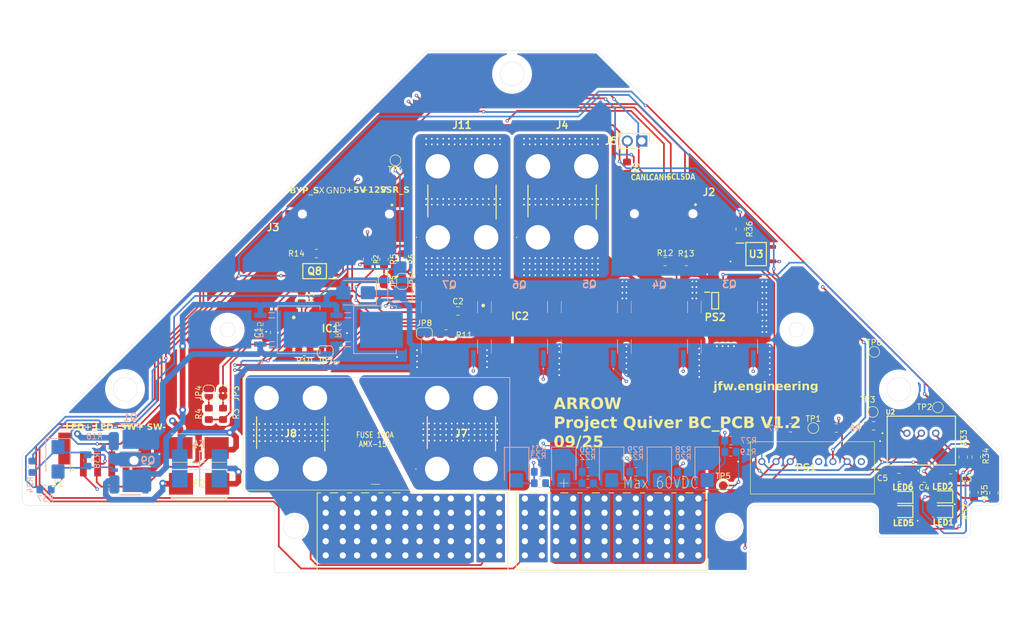
<source format=kicad_pcb>
(kicad_pcb (version 20241229) (generator "pcbnew") (generator_version "9.0")
  (title_block (comment 4 "AISLER Project ID: PACGVVJV"))
  (layers (0 "F.Cu" signal) (4 "In1.Cu" signal) (6 "In2.Cu" signal) (2 "B.Cu" signal) (13 "F.Paste" user) (15 "B.Paste" user) (5 "F.SilkS" user "F.Silkscreen") (7 "B.SilkS" user "B.Silkscreen") (1 "F.Mask" user) (3 "B.Mask" user) (25 "Edge.Cuts" user))
  (net 0 "")
  (net 1 "/BAT_-")
  (net 2 "/CAN_L")
  (net 3 "/BAT_+")
  (net 4 "/CAN_H")
  (net 5 "+3V3")
  (net 6 "GND")
  (net 7 "+5V")
  (net 8 "Net-(Q1-G)")
  (net 9 "Net-(Q3-G)")
  (net 10 "Net-(Q4-G)")
  (net 11 "Net-(Q5-G)")
  (net 12 "Net-(Q6-G)")
  (net 13 "Net-(Q7-G)")
  (net 16 "/I2C_SDA")
  (net 19 "Net-(IC1-PS)")
  (net 20 "Net-(IC1-SDO)")
  (net 23 "/I2C_SCL")
  (net 26 "Net-(IC1-CSB)")
  (net 28 "Net-(IC2-SDO)")
  (net 32 "Net-(IC2-PS)")
  (net 35 "Net-(IC2-CSB)")
  (net 40 "Net-(PS1-R.C.)")
  (net 41 "/SSR_S")
  (net 42 "+12V")
  (net 43 "Net-(J5-Pad2)")
  (net 44 "Net-(J8-Pad1)")
  (net 45 "Net-(JP3-A)")
  (net 46 "Net-(JP4-A)")
  (net 47 "Net-(JP5-A)")
  (net 48 "Net-(JP6-A)")
  (net 49 "Net-(JP7-B)")
  (net 50 "Net-(JP8-B)")
  (net 53 "Net-(Q1-S)")
  (net 54 "/G_S")
  (net 55 "/PW_-")
  (net 56 "Net-(Q9-G)")
  (net 57 "Net-(U2-+VIN)")
  (net 58 "Net-(Q1-D)")
  (net 59 "Net-(U3-+CONTROL)")
  (net 60 "Net-(Q9-S)")
  (net 61 "/PRE12")
  (net 62 "/BYP_S")
  (net 64 "Net-(LED1-A)")
  (net 65 "Net-(LED2-A)")
  (net 66 "Net-(LED5-A)")
  (net 67 "Net-(LED6-A)")
  (net 68 "Net-(Q8-ANODE)")
  (net 69 "Net-(Q8-EMITTER)")
  (net 70 "Net-(F2-Pad2)")
  (footprint "Resistor_SMD:R_0805_2012Metric_Pad1.20x1.40mm_HandSolder" (layer "F.Cu") (at 170.2 79.5 -90)
    (property "Reference" "R9")
    (property "Value" "120R")
  )
  (footprint "TestPoint:TestPoint_Pad_D1.5mm" (layer "F.Cu") (at 224.85 121.65)
    (property "Reference" "TP2")
    (property "Value" "TestPoint")
  )
  (footprint "Resistor_SMD:R_0805_2012Metric_Pad1.20x1.40mm_HandSolder" (layer "F.Cu") (at 99.2 122.8 90)
    (property "Reference" "R3")
    (property "Value" "100k")
  )
  (footprint "Resistor_SMD:R_0805_2012Metric_Pad1.20x1.40mm_HandSolder" (layer "F.Cu") (at 127.5 95.6 -90)
    (property "Reference" "R5")
    (property "Value" "100k")
  )
  (footprint "Samacsys:0154005DR" (layer "F.Cu") (at 95 135.1)
    (property "Reference" "F2")
    (property "Value" "0154005.DR" (hide yes))
  )
  (footprint "Snapeda:SolderJumper-2_P1.3mm_Open_RoundedPad1.0x1.5mm" (layer "F.Cu") (at 134.582397 108.636727)
    (property "Reference" "JP8")
    (property "Value" "SolderJumper_2_Open")
  )
  (footprint "Resistor_SMD:R_0805_2012Metric_Pad1.20x1.40mm_HandSolder" (layer "F.Cu") (at 113.02945 102.265059 -90)
    (property "Reference" "R1")
    (property "Value" "100k")
  )
  (footprint "Resistor_SMD:R_0805_2012Metric_Pad1.20x1.40mm_HandSolder" (layer "F.Cu") (at 138.382397 108.736727)
    (property "Reference" "R11")
    (property "Value" "100k")
  )
  (footprint "Resistor_SMD:R_0805_2012Metric_Pad1.20x1.40mm_HandSolder" (layer "F.Cu") (at 124.6 95.6 -90)
    (property "Reference" "R2")
    (property "Value" "100k")
  )
  (footprint "Capacitor_SMD:C_0805_2012Metric_Pad1.18x1.45mm_HandSolder" (layer "F.Cu") (at 227.1 134.1)
    (property "Reference" "C3")
    (property "Value" "100nF")
  )
  (footprint "Snapeda:SolderJumper-2_P1.3mm_Open_RoundedPad1.0x1.5mm" (layer "F.Cu") (at 127.5 99.55 -90)
    (property "Reference" "JP5")
    (property "Value" "SolderJumper_2_Open")
  )
  (footprint "Snapeda:SolderJumper-2_P1.3mm_Open_RoundedPad1.0x1.5mm" (layer "F.Cu") (at 96.7 119.15 90)
    (property "Reference" "JP4")
    (property "Value" "SolderJumper_2_Open")
  )
  (footprint "Snapeda:CONN_SD-46437-9000_06_MOL" (layer "F.Cu") (at 152.25 149.9)
    (property "Reference" "J10" (hide yes))
    (property "Value" "464379206" (hide yes))
  )
  (footprint "Samacsys:LEDC2012X85N" (layer "F.Cu") (at 218.7 137.5 180)
    (property "Reference" "LED6")
    (property "Value" "APT2012LZGCK" (hide yes))
  )
  (footprint "Snapeda:SolderJumper-2_P1.3mm_Bridged2Bar_RoundedPad1.0x1.5mm" (layer "F.Cu") (at 130.7 99.5 -90)
    (property "Reference" "JP6")
    (property "Value" "SolderJumper_2_Open")
  )
  (footprint "Resistor_SMD:R_0805_2012Metric_Pad1.20x1.40mm_HandSolder" (layer "F.Cu") (at 198.95 125.25)
    (property "Reference" "R7")
    (property "Value" "270k")
  )
  (footprint "TestPoint:TestPoint_Pad_D1.5mm" (layer "F.Cu") (at 129.5 78.2 180)
    (property "Reference" "TP4")
    (property "Value" "TestPoint")
  )
  (footprint "Samacsys:HDRV2W110P0X254_1X2_508X254X854P" (layer "F.Cu") (at 172.8 74.8 180)
    (property "Reference" "J5")
    (property "Value" "61300211121" (hide yes))
  )
  (footprint "Samacsys:QFN65P400X400X90-17N" (layer "F.Cu") (at 114 107.788)
    (property "Reference" "IC1")
    (property "Value" "TSYS01" (hide yes))
  )
  (footprint "Resistor_SMD:R_0805_2012Metric_Pad1.20x1.40mm_HandSolder" (layer "F.Cu") (at 130.7 95.6 -90)
    (property "Reference" "R6")
    (property "Value" "100k")
  )
  (footprint "Resistor_SMD:R_0805_2012Metric_Pad1.20x1.40mm_HandSolder" (layer "F.Cu") (at 115.6 94.6)
    (property "Reference" "R14")
    (property "Value" "420")
  )
  (footprint "Samacsys:1778719" (layer "F.Cu") (at 78.4 128.9)
    (property "Reference" "J1")
    (property "Value" "1778719" (hide yes))
  )
  (footprint "Resistor_SMD:R_0805_2012Metric_Pad1.20x1.40mm_HandSolder" (layer "F.Cu") (at 229.3 130.4 90)
    (property "Reference" "R33")
    (property "Value" "4K7")
  )
  (footprint "Resistor_SMD:R_0805_2012Metric_Pad1.20x1.40mm_HandSolder" (layer "F.Cu") (at 231.6 130.4 90)
    (property "Reference" "R34")
    (property "Value" "1K2")
  )
  (footprint "Samacsys:LEDC2012X85N" (layer "F.Cu") (at 225.7 140 180)
    (property "Reference" "LED1")
    (property "Value" "APT2012LZGCK" (hide yes))
  )
  (footprint "Samacsys:SOP254P610X218-4N" (layer "F.Cu") (at 192.9 94.7)
    (property "Reference" "U3")
    (property "Value" "CPC1019N" (hide yes))
  )
  (footprint "Samacsys:QFN65P400X400X90-17N" (layer "F.Cu") (at 147.3 105.7)
    (property "Reference" "IC2")
    (property "Value" "TSYS01" (hide yes))
  )
  (footprint "Capacitor_SMD:C_0805_2012Metric_Pad1.18x1.45mm_HandSolder" (layer "F.Cu") (at 213.5375 124.9)
    (property "Reference" "C6")
    (property "Value" "1uf")
  )
  (footprint "Resistor_SMD:R_0805_2012Metric_Pad1.20x1.40mm_HandSolder" (layer "F.Cu") (at 231.2 136.6 90)
    (property "Reference" "R32")
    (property "Value" "330")
  )
  (footprint "Samacsys:1778719" (layer "F.Cu") (at 176.65 89.7 180)
    (property "Reference" "J2")
    (property "Value" "1778719" (hide yes))
  )
  (footprint "Samacsys:AMT0450003DB0000G" (layer "F.Cu") (at 154.55 91.75)
    (property "Reference" "J4")
    (property "Value" "AMT0450003DB0000G" (hide yes))
  )
  (footprint "Capacitor_SMD:C_0805_2012Metric_Pad1.18x1.45mm_HandSolder" (layer "F.Cu") (at 106.8 108.5 90)
    (property "Reference" "C1")
    (property "Value" "100nF")
  )
  (footprint "TestPoint:TestPoint_Pad_D1.5mm" (layer "F.Cu") (at 213.65 111.9)
    (property "Reference" "TP6")
    (property "Value" "TestPoint")
  )
  (footprint "Samacsys:1778735" (layer "F.Cu") (at 120.8 87.05 180)
    (property "Reference" "J3")
    (property "Value" "1778735" (hide yes))
  )
  (footprint "Samacsys:LEDC2012X85N" (layer "F.Cu") (at 225.7 137.4 180)
    (property "Reference" "LED2")
    (property "Value" "APT2012LZGCK" (hide yes))
  )
  (footprint "Resistor_SMD:R_0805_2012Metric_Pad1.20x1.40mm_HandSolder" (layer "F.Cu") (at 207 125.3)
    (property "Reference" "R8")
    (property "Value" "68k")
  )
  (footprint "Samacsys:0154002DR" (layer "F.Cu") (at 94.9 128.8 180)
    (property "Reference" "F1")
    (property "Value" "0154002.DR" (hide yes))
  )
  (footprint "Resistor_SMD:R_0805_2012Metric_Pad1.20x1.40mm_HandSolder" (layer "F.Cu") (at 113.5 111.8 180)
    (property "Reference" "R10")
    (property "Value" "100k")
  )
  (footprint "Samacsys:AMT0450003DB0000G" (layer "F.Cu") (at 136.85 132.5)
    (property "Reference" "J7")
    (property "Value" "AMT0450003DB0000G" (hide yes))
  )
  (footprint "Samacsys:LEDC2012X85N" (layer "F.Cu") (at 218.7 140 180)
    (property "Reference" "LED5")
    (property "Value" "APT2012LZGCK" (hide yes))
  )
  (footprint "Capacitor_SMD:C_0805_2012Metric_Pad1.18x1.45mm_HandSolder" (layer "F.Cu") (at 218 134)
    (property "Reference" "C5")
    (property "Value" "100nf")
  )
  (footprint "Resistor_SMD:R_0805_2012Metric_Pad1.20x1.40mm_HandSolder" (layer "F.Cu") (at 190.1 90.3 -90)
    (property "Reference" "R36")
    (property "Value" "2K2")
  )
  (footprint "TestPoint:TestPoint_Pad_D1.5mm" (layer "F.Cu") (at 187.1 135.4)
    (property "Reference" "TP5")
    (property "Value" "TestPoint")
  )
  (footprint "Capacitor_SMD:C_0805_2012Metric_Pad1.18x1.45mm_HandSolder" (layer "F.Cu") (at 222.4375 134.1 180)
    (property "Reference" "C4")
    (property "Value" "1uf")
  )
  (footprint "Samacsys:AMT0450003DB0000G" (layer "F.Cu") (at 136.95 91.75)
    (property "Reference" "J11")
    (property "Value" "AMT0450003DB0000G" (hide yes))
  )
  (footprint "Snapeda:CONN_SD-46437-9000_06_MOL" (layer "F.Cu") (at 117.250001 149.9)
    (property "Reference" "J9" (hide yes))
    (property "Value" "464379206" (hide yes))
  )
  (footprint "Resistor_SMD:R_0805_2012Metric_Pad1.20x1.40mm_HandSolder" (layer "F.Cu") (at 96.7 122.8 90)
    (property "Reference" "R4")
    (property "Value" "100k")
  )
  (footprint "TestPoint:TestPoint_Pad_D1.5mm" (layer "F.Cu") (at 202.95 125.3)
    (property "Reference" "TP1")
    (property "Value" "TestPoint")
  )
  (footprint "Samacsys:SPAN02C12" (layer "F.Cu") (at 193.9 131.2)
    (property "Reference" "PS1")
    (property "Value" "SPAN02C-12" (hide yes))
  )
  (footprint "Samacsys:AMT0450003DB0000G" (layer "F.Cu") (at 106.85 132.5)
    (property "Reference" "J8")
    (property "Value" "AMT0450003DB0000G" (hide yes))
  )
  (footprint "Snapeda:SolderJumper-2_P1.3mm_Open_RoundedPad1.0x1.5mm" (layer "F.Cu") (at 117.150651 111.811844 180)
    (property "Reference" "JP7")
    (property "Value" "SolderJumper_2_Open")
  )
  (footprint "Resistor_SMD:R_0805_2012Metric_Pad1.20x1.40mm_HandSolder" (layer "F.Cu") (at 234.7 136.7 90)
    (property "Reference" "R35")
    (property "Value" "4K7")
  )
  (footprint "Snapeda:SolderJumper-2_P1.3mm_Bridged2Bar_RoundedPad1.0x1.5mm" (layer "F.Cu") (at 99.2 119.15 90)
    (property "Reference" "JP3")
    (property "Value" "SolderJumper_2_Open")
  )
  (footprint "Samacsys:TSR0648120WI" (layer "F.Cu") (at 219.4 126.2)
    (property "Reference" "U2")
    (property "Value" "TSR_0.6-48120WI" (hide yes))
  )
  (footprint "Resistor_SMD:R_0805_2012Metric_Pad1.20x1.40mm_HandSolder" (layer "F.Cu") (at 180.6 96)
    (property "Reference" "R13")
    (property "Value" "10k")
  )
  (footprint "Resistor_SMD:R_0805_2012Metric_Pad1.20x1.40mm_HandSolder" (layer "F.Cu") (at 176.9 96)
    (property "Reference" "R12")
    (property "Value" "10k")
  )
  (footprint "Samacsys:SOIC127P700X230-4N" (layer "F.Cu") (at 115.3 97.7 180)
    (property "Reference" "Q8")
    (property "Value" "TLP291_GB-TP,SE" (hide yes))
  )
  (footprint "TestPoint:TestPoint_Pad_D1.5mm" (layer "F.Cu") (at 213.4 122.45)
    (property "Reference" "TP3")
    (property "Value" "TestPoint")
  )
  (footprint "Samacsys:SOT95P280X130-3N" (layer "F.Cu") (at 185.7 102.9)
    (property "Reference" "PS2")
    (property "Value" "XC6206P332MR-G" (hide yes))
  )
  (footprint "Capacitor_SMD:C_0805_2012Metric_Pad1.18x1.45mm_HandSolder" (layer "F.Cu") (at 140.5 104.7)
    (property "Reference" "C2")
    (property "Value" "100nF")
  )
  (footprint "Resistor_SMD:R_0805_2012Metric_Pad1.20x1.40mm_HandSolder" (layer "B.Cu") (at 76.6 125.1)
    (property "Reference" "R18")
    (property "Value" "10R")
  )
  (footprint "Resistor_SMD:R_0805_2012Metric_Pad1.20x1.40mm_HandSolder" (layer "B.Cu") (at 180.1 133)
    (property "Reference" "R28")
    (property "Value" "220K")
  )
  (footprint "PCM_JLCPCB:D_SMB" (layer "B.Cu") (at 175.9 132.3 -90)
    (property "Reference" "D5" (hide yes))
    (property "Value" "SMBJ13CA")
  )
  (footprint "Samacsys:SIR804DPT1GE3" (layer "B.Cu") (at 82.9 127)
    (property "Reference" "Q1")
    (property "Value" "SIR804DP-T1-GE3" (hide yes))
  )
  (footprint "Snapeda:RES_PWR163_BRN" (layer "B.Cu") (at 112.5 108 90)
    (property "Reference" "R15")
    (property "Value" "PWR163S-25-33R0F")
  )
  (footprint "Samacsys:IAUT150N10S5N035ATMA1" (layer "B.Cu") (at 151.3 107 180)
    (property "Reference" "Q6")
    (property "Value" "S400N08TL" (hide yes))
  )
  (footprint "Resistor_SMD:R_0805_2012Metric_Pad1.20x1.40mm_HandSolder" (layer "B.Cu") (at 180.1 135 180)
    (property "Reference" "R20")
    (property "Value" "10R")
  )
  (footprint "Samacsys:IAUT150N10S5N035ATMA1" (layer "B.Cu") (at 139 107 180)
    (property "Reference" "Q7")
    (property "Value" "S400N08TL" (hide yes))
  )
  (footprint "Resistor_SMD:R_0805_2012Metric_Pad1.20x1.40mm_HandSolder" (layer "B.Cu") (at 188.4 129.5 180)
    (property "Reference" "R19")
    (property "Value" "10R")
  )
  (footprint "Resistor_SMD:R_0805_2012Metric_Pad1.20x1.40mm_HandSolder" (layer "B.Cu") (at 154.9 135 180)
    (property "Reference" "R23")
    (property "Value" "10R")
  )
  (footprint "Resistor_SMD:R_0805_2012Metric_Pad1.20x1.40mm_HandSolder" (layer "B.Cu") (at 154.9 133)
    (property "Reference" "R31")
    (property "Value" "220K")
  )
  (footprint "Samacsys:IAUT150N10S5N035ATMA1" (layer "B.Cu") (at 188.2 107 180)
    (property "Reference" "Q3")
    (property "Value" "S400N08TL" (hide yes))
  )
  (footprint "PCM_JLCPCB:D_SMB" (layer "B.Cu") (at 159.1 132.3 -90)
    (property "Reference" "D7" (hide yes))
    (property "Value" "SMBJ13CA")
  )
  (footprint "Samacsys:FUSC8664X180N" (layer "B.Cu") (at 95.09 132.4 180)
    (property "Reference" "F4")
    (property "Value" "3425L200_60MR" (hide yes))
  )
  (footprint "Resistor_SMD:R_0805_2012Metric_Pad1.20x1.40mm_HandSolder" (layer "B.Cu") (at 65.7 132.1 -90)
    (property "Reference" "R24")
    (property "Value" "220K" (hide yes))
  )
  (footprint "Resistor_SMD:R_0805_2012Metric_Pad1.20x1.40mm_HandSolder" (layer "B.Cu") (at 75.4 131 90)
    (property "Reference" "R38")
    (property "Value" "220K")
  )
  (footprint "PCM_JLCPCB:D_SMB" (layer "B.Cu") (at 150.8 132.35 -90)
    (property "Reference" "D8" (hide yes))
    (property "Value" "SMBJ13CA")
  )
  (footprint "Resistor_SMD:R_0805_2012Metric_Pad1.20x1.40mm_HandSolder" (layer "B.Cu") (at 171.7 135 180)
    (property "Reference" "R21")
    (property "Value" "10R")
  )
  (footprint "Resistor_SMD:R_0805_2012Metric_Pad1.20x1.40mm_HandSolder" (layer "B.Cu") (at 163.3 133)
    (property "Reference" "R30")
    (property "Value" "220K")
  )
  (footprint "Samacsys:IAUT150N10S5N035ATMA1" (layer "B.Cu") (at 163.6 107 180)
    (property "Reference" "Q5")
    (property "Value" "S400N08TL" (hide yes))
  )
  (footprint "PCM_JLCPCB:D_SMB" (layer "B.Cu") (at 130.3 99.4 90)
    (property "Reference" "D1" (hide yes))
    (property "Value" "SMBJ13CA")
  )
  (footprint "Snapeda:RES_PWR163_BRN" (layer "B.Cu") (at 125.9 108 90)
    (property "Reference" "R16")
    (property "Value" "PWR163S-25-33R0F")
  )
  (footprint "Samacsys:IAUT150N10S5N035ATMA1" (layer "B.Cu") (at 175.9 107 180)
    (property "Reference" "Q4")
    (property "Value" "S400N08TL" (hide yes))
  )
  (footprint "PCM_JLCPCB:D_SMB" (layer "B.Cu") (at 167.5 132.3 -90)
    (property "Reference" "D6" (hide yes))
    (property "Value" "SMBJ13CA")
  )
  (footprint "Resistor_SMD:R_0805_2012Metric_Pad1.20x1.40mm_HandSolder" (layer "B.Cu") (at 171.7 133)
    (property "Reference" "R29")
    (property "Value" "220K")
  )
  (footprint "PCM_JLCPCB:D_SMB" (layer "B.Cu") (at 122.5 101.5 180)
    (property "Reference" "D2" (hide yes))
    (property "Value" "SMBJ64CA")
  )
  (footprint "Samacsys:SIR804DPT1GE3" (layer "B.Cu") (at 82.9 134.6)
    (property "Reference" "Q9")
    (property "Value" "SIR804DP-T1-GE3" (hide yes))
  )
  (footprint "Resistor_SMD:R_0805_2012Metric_Pad1.20x1.40mm_HandSolder" (layer "B.Cu") (at 163.3 135 180)
    (property "Reference" "R22")
    (property "Value" "10R")
  )
  (footprint "PCM_JLCPCB:D_SMB" (layer "B.Cu") (at 70.2 130.8 -90)
    (property "Reference" "D9" (hide yes))
    (property "Value" "SMBJ13CA")
  )
  (footprint "Resistor_SMD:R_0805_2012Metric_Pad1.20x1.40mm_HandSolder" (layer "B.Cu") (at 68 136.1)
    (property "Reference" "R37")
    (property "Value" "10R")
  )
  (footprint "Resistor_SMD:R_0805_2012Metric_Pad1.20x1.40mm_HandSolder" (layer "B.Cu") (at 188.4 127.5)
    (property "Reference" "R27")
    (property "Value" "220K")
  )
  (footprint "PCM_JLCPCB:D_SMB" (layer "B.Cu") (at 184.3 132.3 -90)
    (property "Reference" "D4" (hide yes))
    (property "Value" "SMBJ13CA")
  )
  (gr_rect (start 102.7 116.4) (end 149.6 136.2) (stroke (width 0.1)) (fill no) (layer "F.SilkS"))
  (gr_line (start 214 143.5) (end 214 139.9) (stroke (width 0.05)) (layer "Edge.Cuts"))
  (gr_circle (center 200 108) (end 201.3 108) (stroke (width 0.05)) (fill no) (layer "Edge.Cuts"))
  (gr_arc (start 191.75 139.9) (mid 192.042893 139.192893) (end 192.75 138.9) (stroke (width 0.05)) (layer "Edge.Cuts"))
  (gr_line (start 235.1 138.9) (end 231.6 138.9) (stroke (width 0.05)) (layer "Edge.Cuts"))
  (gr_arc (start 64.9 138.9) (mid 64.192893 138.607107) (end 63.9 137.9) (stroke (width 0.05)) (layer "Edge.Cuts"))
  (gr_line (start 64.050001 129.85) (end 134.95 58.95) (stroke (width 0.05)) (layer "Edge.Cuts"))
  (gr_arc (start 230.6 143.5) (mid 230.307107 144.207107) (end 229.6 144.5) (stroke (width 0.05)) (layer "Edge.Cuts"))
  (gr_line (start 230.6 139.9) (end 230.6 143.5) (stroke (width 0.05)) (layer "Edge.Cuts"))
  (gr_line (start 108.25 150.75) (end 191.75 150.75) (stroke (width 0.05)) (layer "Edge.Cuts"))
  (gr_arc (start 235.949991 129.850001) (mid 236.053391 130.01283) (end 236.099991 130.200001) (stroke (width 0.05)) (layer "Edge.Cuts"))
  (gr_arc (start 107.25 138.9) (mid 107.957107 139.192893) (end 108.25 139.9) (stroke (width 0.05)) (layer "Edge.Cuts"))
  (gr_line (start 164.9 58.9) (end 150 58.9) (stroke (width 0.05)) (layer "Edge.Cuts"))
  (gr_circle (center 188.2 142.7) (end 190.2 142.7) (stroke (width 0.05)) (fill no) (layer "Edge.Cuts"))
  (gr_line (start 108.25 139.9) (end 108.25 150.75) (stroke (width 0.05)) (layer "Edge.Cuts"))
  (gr_circle (center 100 108) (end 101.3 108) (stroke (width 0.05)) (fill no) (layer "Edge.Cuts"))
  (gr_circle (center 150 63) (end 152.1 63) (stroke (width 0.05)) (fill no) (layer "Edge.Cuts"))
  (gr_arc (start 164.9 58.9) (mid 164.979057 58.912829) (end 165.05 58.95) (stroke (width 0.05)) (layer "Edge.Cuts"))
  (gr_circle (center 218 118.5) (end 220.1 118.5) (stroke (width 0.05)) (fill no) (layer "Edge.Cuts"))
  (gr_arc (start 63.900001 130.2) (mid 63.946602 130.012829) (end 64.050001 129.85) (stroke (width 0.05)) (layer "Edge.Cuts"))
  (gr_line (start 165.05 58.95) (end 235.949991 129.850001) (stroke (width 0.05)) (layer "Edge.Cuts"))
  (gr_circle (center 82 118.5) (end 84.1 118.5) (stroke (width 0.05)) (fill no) (layer "Edge.Cuts"))
  (gr_line (start 191.75 139.9) (end 191.75 150.75) (stroke (width 0.05)) (layer "Edge.Cuts"))
  (gr_line (start 236.099991 130.200001) (end 236.1 137.9) (stroke (width 0.05)) (layer "Edge.Cuts"))
  (gr_line (start 229.6 144.5) (end 215 144.5) (stroke (width 0.05)) (layer "Edge.Cuts"))
  (gr_arc (start 134.95 58.95) (mid 135.020943 58.912829) (end 135.1 58.9) (stroke (width 0.05)) (layer "Edge.Cuts"))
  (gr_arc (start 213 138.9) (mid 213.707107 139.192893) (end 214 139.9) (stroke (width 0.05)) (layer "Edge.Cuts"))
  (gr_line (start 213 138.9) (end 192.75 138.9) (stroke (width 0.05)) (layer "Edge.Cuts"))
  (gr_line (start 135.1 58.9) (end 150 58.9) (stroke (width 0.05)) (layer "Edge.Cuts"))
  (gr_line (start 64.9 138.9) (end 107.25 138.9) (stroke (width 0.05)) (layer "Edge.Cuts"))
  (gr_line (start 63.9 137.9) (end 63.900001 130.2) (stroke (width 0.05)) (layer "Edge.Cuts"))
  (gr_arc (start 215 144.5) (mid 214.292893 144.207107) (end 214 143.5) (stroke (width 0.05)) (layer "Edge.Cuts"))
  (gr_circle (center 111.8 142.7) (end 113.8 142.7) (stroke (width 0.05)) (fill no) (layer "Edge.Cuts"))
  (gr_arc (start 236.1 137.9) (mid 235.807107 138.607107) (end 235.1 138.9) (stroke (width 0.05)) (layer "Edge.Cuts"))
  (gr_arc (start 230.6 139.9) (mid 230.892893 139.192893) (end 231.6 138.9) (stroke (width 0.05)) (layer "Edge.Cuts"))
  (gr_text "GND" (at 117.3 84.2 0) (layer "F.SilkS") (effects (font (size 1.1 1.1) (thickness 0.1375)) (justify left bottom)))
  (gr_text "+12V" (at 123.4 84.1 0) (layer "F.SilkS") (effects (font (size 1.1 1.1) (thickness 0.1875) (bold yes)) (justify left bottom)))
  (gr_text "-" (at 124.7 136.2 0) (layer "F.SilkS") (effects (font (size 2 2) (thickness 0.1)) (justify left bottom)))
  (gr_text "ARROW	\nProject Quiver BC_PCB V1.2\n09/25" (at 157.3 129 0) (layer "F.SilkS") (effects (font (size 2 2) (thickness 0.4) (bold yes)) (justify left bottom)))
  (gr_text "BYP_S" (at 110.9 84.2 0) (layer "F.SilkS") (effects (font (size 1.1 1.1) (thickness 0.25) (bold yes)) (justify left bottom)))
  (gr_text "+" (at 157.8 136 0) (layer "F.SilkS") (effects (font (size 2 2) (thickness 0.1)) (justify left bottom)))
  (gr_text "X" (at 116 84.2 0) (layer "F.SilkS") (effects (font (size 1.1 1.1) (thickness 0.1375)) (justify left bottom)))
  (gr_text "SCL" (at 177.2 81.8 0) (layer "F.SilkS") (effects (font (size 1.1 0.8) (thickness 0.1875) (bold yes)) (justify left bottom)))
  (gr_text "CANH" (at 174.1 81.9 0) (layer "F.SilkS") (effects (font (size 1.1 0.8) (thickness 0.1875) (bold yes)) (justify left bottom)))
  (gr_text "+5V" (at 120.8 84.1 0) (layer "F.SilkS") (effects (font (size 1.1 1.1) (thickness 0.1875) (bold yes)) (justify left bottom)))
  (gr_text "SSR_S" (at 126.8 84.1 0) (layer "F.SilkS") (effects (font (size 1.1 1.1) (thickness 0.2) (bold yes)) (justify left bottom)))
  (gr_text "CANL" (at 170.9 81.9 0) (layer "F.SilkS") (effects (font (size 1.1 0.8) (thickness 0.1875) (bold yes)) (justify left bottom)))
  (gr_text "LED+ LED- SW+ SW-" (at 71.5 125.8 0) (layer "F.SilkS") (effects (font (size 1.1 1.1) (thickness 0.2) (bold yes)) (justify left bottom)))
  (gr_text "Max 60VDC" (at 169.4 136.1 0) (layer "F.SilkS") (effects (font (size 2 1.6) (thickness 0.1)) (justify left bottom)))
  (gr_text "jfw.engineering" (at 185.4 118.9 0) (layer "F.SilkS") (effects (font (size 1.5 1.5) (thickness 0.25) (bold yes)) (justify left bottom)))
  (gr_text "SDA" (at 179.6 81.8 0) (layer "F.SilkS") (effects (font (size 1.1 0.8) (thickness 0.1875) (bold yes)) (justify left bottom)))
  (gr_text "FUSE 150A\nAMX-150" (at 125.9 128.7 0) (layer "F.SilkS") (effects (font (size 1 0.8)) (justify bottom)))
  (segment (start 207.4 123.6) (end 207.4 124.7) (width 0.3) (layer "F.Cu") (net 1))
  (segment (start 215.9 137.9) (end 215.9 132.26) (width 0.2) (layer "F.Cu") (net 1))
  (segment (start 85.5 135.6) (end 89 132.1) (width 0.3) (layer "F.Cu") (net 1))
  (segment (start 82.9 135.6) (end 85.5 135.6) (width 0.3) (layer "F.Cu") (net 1))
  (segment (start 101 129.1) (end 98.385 129.1) (width 1) (layer "F.Cu") (net 1))
  (segment (start 82.15 131.6) (end 82 131.75) (width 0.3) (layer "F.Cu") (net 1))
  (segment (start 220 139.9) (end 218.7 138.6) (width 0.2) (layer "F.Cu") (net 1))
  (segment (start 98.085 128.385) (end 98.085 128.8) (width 1) (layer "F.Cu") (net 1))
  (segment (start 78.449998 131.1) (end 78.449998 131.350002) (width 0.3) (layer "F.Cu") (net 1))
  (segment (start 82.9 135.6) (end 77.8 135.6) (width 0.3) (layer "F.Cu") (net 1))
  (segment (start 78.2 131.6) (end 77.15 131.6) (width 0.3) (layer "F.Cu") (net 1))
  (segment (start 82 134.7) (end 82.9 135.6) (width 0.3) (layer "F.Cu") (net 1))
  (segment (start 215.9 132.26) (end 221.96 126.2) (width 0.3) (layer "F.Cu") (net 1))
  (segment (start 100.7 126.1) (end 101.5 126.9) (width 1) (layer "F.Cu") (net 1))
  (segment (start 215.56 132.6) (end 215.9 132.26) (width 0.3) (layer "F.Cu") (net 1))
  (segment (start 78.449998 131.350002) (end 78.2 131.6) (width 0.3) (layer "F.Cu") (net 1))
  (segment (start 100.4 126.1) (end 100.7 126.1) (width 1) (layer "F.Cu") (net 1))
  (segment (start 208 130.3) (end 208.9 131.2) (width 0.3) (layer "F.Cu") (net 1))
  (segment (start 98.385 129.1) (end 98.085 128.8) (width 1.5) (layer "F.Cu") (net 1))
  (segment (start 208.9 131.2) (end 210.3 132.6) (width 0.3) (layer "F.Cu") (net 1))
  (segment (start 101.5 128.6) (end 101 129.1) (width 1) (layer "F.Cu") (net 1))
  (segment (start 98.085 129.1) (end 98.085 128.8) (width 0.3) (layer "F.Cu") (net 1))
  (segment (start 208 125.3) (end 208 130.3) (width 0.3) (layer "F.Cu") (net 1))
  (segment (start 82 131.75) (end 82 134.7) (width 0.3) (layer "F.Cu") (net 1))
  (segment (start 77.8 135.6) (end 77 134.8) (width 0.3) (layer "F.Cu") (net 1))
  (segment (start 77 134.8) (end 77 131.75) (width 0.3) (layer "F.Cu") (net 1))
  (segment (start 95.085 132.1) (end 98.085 129.1) (width 0.3) (layer "F.Cu") (net 1))
  (segment (start 218.7 138.6) (end 216.6 138.6) (width 0.2) (layer "F.Cu") (net 1))
  (segment (start 207.4 124.7) (end 208 125.3) (width 0.3) (layer "F.Cu") (net 1))
  (segment (start 89 132.1) (end 95.085 132.1) (width 0.3) (layer "F.Cu") (net 1))
  (segment (start 216.6 138.6) (end 215.9 137.9) (width 0.2) (layer "F.Cu") (net 1))
  (segment (start 98.085 128.215) (end 98.085 128.8) (width 1.5) (layer "F.Cu") (net 1))
  (segment (start 77 131.75) (end 77.15 131.6) (width 0.3) (layer "F.Cu") (net 1))
  (segment (start 101.5 126.9) (end 101.5 128.6) (width 1) (layer "F.Cu") (net 1))
  (segment (start 210.3 132.6) (end 215.56 132.6) (width 0.3) (layer "F.Cu") (net 1))
  (via (at 158.3 110.9) (size 0.6) (drill 0.3) (layers "F.Cu" "B.Cu") (net 1))
  (via (at 78.449998 131.1) (size 0.6) (drill 0.3) (layers "F.Cu" "B.Cu") (net 1))
  (via (at 135.4 127.5) (size 0.6) (drill 0.3) (layers "F.Cu" "B.Cu") (net 1))
  (via (at 134.4 124.5) (size 0.6) (drill 0.3) (layers "F.Cu" "B.Cu") (net 1))
  (via (at 158.3 116) (size 0.6) (drill 0.3) (layers "F.Cu" "B.Cu") (net 1))
  (via (at 170.1 113.9) (size 0.6) (drill 0.3) (layers "F.Cu" "B.Cu") (net 1))
  (via (at 195.3 114.9) (size 0.6) (drill 0.3) (layers "F.Cu" "B.Cu") (net 1))
  (via (at 134.4 127.5) (size 0.6) (drill 0.3) (layers "F.Cu" "B.Cu") (net 1))
  (via (at 145.6 112.6) (size 0.6) (drill 0.3) (layers "F.Cu" "B.Cu") (net 1))
  (via (at 133.3 111.6) (size 0.6) (drill 0.3) (layers "F.Cu" "B.Cu") (net 1))
  (via (at 137.4 125.5) (size 0.6) (drill 0.3) (layers "F.Cu" "B.Cu") (net 1))
  (via (at 144.4 125.5) (size 0.6) (drill 0.3) (layers "F.Cu" "B.Cu") (net 1))
  (via (at 141.4 127.5) (size 0.6) (drill 0.3) (layers "F.Cu" "B.Cu") (net 1))
  (via (at 188 110.9) (size 0.6) (drill 0.3) (layers "F.Cu" "B.Cu") (net 1))
  (via (at 139.4 126.5) (size 0.6) (drill 0.3) (layers "F.Cu" "B.Cu") (net 1))
  (via (at 133.3 114.6) (size 0.6) (drill 0.3) (layers "F.Cu" "B.Cu") (net 1))
  (via (at 195.3 112.9) (size 0.6) (drill 0.3) (layers "F.Cu" "B.Cu") (net 1))
  (via (at 138.4 127.5) (size 0.6) (drill 0.3) (layers "F.Cu" "B.Cu") (net 1))
  (via (at 147.4 127.5) (size 0.6) (drill 0.3) (layers "F.Cu" "B.Cu") (net 1))
  (via (at 138.4 124.5) (size 0.6) (drill 0.3) (layers "F.Cu" "B.Cu") (net 1))
  (via (at 158.3 114) (size 0.6) (drill 0.3) (layers "F.Cu" "B.Cu") (net 1))
  (via (at 182.9 114.3) (size 0.6) (drill 0.3) (layers "F.Cu" "B.Cu") (net 1))
  (via (at 170.1 112.9) (size 0.6) (drill 0.3) (layers "F.Cu" "B.Cu") (net 1))
  (via (at 145.4 124.5) (size 0.6) (drill 0.3) (layers "F.Cu" "B.Cu") (net 1))
  (via (at 145.4 127.5) (size 0.6) (drill 0.3) (layers "F.Cu" "B.Cu") (net 1))
  (via (at 143.4 127.5) (size 0.6) (drill 0.3) (layers "F.Cu" "B.Cu") (net 1))
  (via (at 100.4 126.1) (size 1.2) (drill 0.6) (layers "F.Cu" "B.Cu") (net 1))
  (via (at 146.4 125.5) (size 0.6) (drill 0.3) (layers "F.Cu" "B.Cu") (net 1))
  (via (at 195.3 115.9) (size 0.6) (drill 0.3) (layers "F.Cu" "B.Cu") (net 1))
  (via (at 137.4 127.5) (size 0.6) (drill 0.3) (layers "F.Cu" "B.Cu") (net 1))
  (via (at 144.4 126.5) (size 0.6) (drill 0.3) (layers "F.Cu" "B.Cu") (net 1))
  (via (at 142.4 125.5) (size 0.6) (drill 0.3) (layers "F.Cu" "B.Cu") (net 1))
  (via (at 170.1 115.9) (size 0.6) (drill 0.3) (layers "F.Cu" "B.Cu") (net 1))
  (via (at 158.3 113) (size 0.6) (drill 0.3) (layers "F.Cu" "B.Cu") (net 1))
  (via (at 138.4 125.5) (size 0.6) (drill 0.3) (layers "F.Cu" "B.Cu") (net 1))
  (via (at 142.4 124.5) (size 0.6) (drill 0.3) (layers "F.Cu" "B.Cu") (net 1))
  (via (at 140.4 124.5) (size 0.6) (drill 0.3) (layers "F.Cu" "B.Cu") (net 1))
  (via (at 136.4 127.5) (size 0.6) (drill 0.3) (layers "F.Cu" "B.Cu") (net 1))
  (via (at 170.1 114.9) (size 0.6) (drill 0.3) (layers "F.Cu" "B.Cu") (net 1))
  (via (at 182.9 116.3) (size 0.6) (drill 0.3) (layers "F.Cu" "B.Cu") (net 1))
  (via (at 140.4 127.5) (size 0.6) (drill 0.3) (layers "F.Cu" "B.Cu") (net 1))
  (via (at 139.4 127.5) (size 0.6) (drill 0.3) (layers "F.Cu" "B.Cu") (net 1))
  (via (at 142.4 127.5) (size 0.6) (drill 0.3) (layers "F.Cu" "B.Cu") (net 1))
  (via (at 145.6 114.6) (size 0.6) (drill 0.3) (layers "F.Cu" "B.Cu") (net 1))
  (via (at 134.4 125.5) (size 0.6) (drill 0.3) (layers "F.Cu" "B.Cu") (net 1))
  (via (at 141.4 125.5) (size 0.6) (drill 0.3) (layers "F.Cu" "B.Cu") (net 1))
  (via (at 187 110.9) (size 0.6) (drill 0.3) (layers "F.Cu" "B.Cu") (net 1))
  (via (at 133.3 112.6) (size 0.6) (drill 0.3) (layers "F.Cu" "B.Cu") (net 1))
  (via (at 140.4 125.5) (size 0.6) (drill 0.3) (layers "F.Cu" "B.Cu") (net 1))
  (via (at 143.4 125.5) (size 0.6) (drill 0.3) (layers "F.Cu" "B.Cu") (net 1))
  (via (at 146.4 126.5) (size 0.6) (drill 0.3) (layers "F.Cu" "B.Cu") (net 1))
  (via (at 139.4 124.5) (size 0.6) (drill 0.3) (layers "F.Cu" "B.Cu") (net 1))
  (via (at 135.4 125.5) (size 0.6) (drill 0.3) (layers "F.Cu" "B.Cu") (net 1))
  (via (at 145.4 125.5) (size 0.6) (drill 0.3) (layers "F.Cu" "B.Cu") (net 1))
  (via (at 158.3 111.9) (size 0.6) (drill 0.3) (layers "F.Cu" "B.Cu") (net 1))
  (via (at 145.4 126.5) (size 0.6) (drill 0.3) (layers "F.Cu" "B.Cu") (net 1))
  (via (at 145.6 113.6) (size 0.6) (drill 0.3) (layers "F.Cu" "B.Cu") (net 1))
  (via (at 135.4 126.5) (size 0.6) (drill 0.3) (layers "F.Cu" "B.Cu") (net 1))
  (via (at 170.1 111.9) (size 0.6) (drill 0.3) (layers "F.Cu" "B.Cu") (net 1))
  (via (at 144.4 127.5) (size 0.6) (drill 0.3) (layers "F.Cu" "B.Cu") (net 1))
  (via (at 182.9 112.3) (size 0.6) (drill 0.3) (layers "F.Cu" "B.Cu") (net 1))
  (via (at 195.3 111.9) (size 0.6) (drill 0.3) (layers "F.Cu" "B.Cu") (net 1))
  (via (at 140.4 126.5) (size 0.6) (drill 0.3) (layers "F.Cu" "B.Cu") (net 1))
  (via (at 138.4 126.5) (size 0.6) (drill 0.3) (layers "F.Cu" "B.Cu") (net 1))
  (via (at 182.9 111.3) (size 0.6) (drill 0.3) (layers "F.Cu" "B.Cu") (net 1))
  (via (at 207.4 123.6) (size 0.6) (drill 0.3) (layers "F.Cu" "B.Cu") (net 1))
  (via (at 141.4 124.5) (size 0.6) (drill 0.3) (layers "F.Cu" "B.Cu") (net 1))
  (via (at 147.4 124.5) (size 0.6) (drill 0.3) (layers "F.Cu" "B.Cu") (net 1))
  (via (at 136.4 125.5) (size 0.6) (drill 0.3) (layers "F.Cu" "B.Cu") (net 1))
  (via (at 136.4 124.5) (size 0.6) (drill 0.3) (layers "F.Cu" "B.Cu") (net 1))
  (via (at 146.4 124.5) (size 0.6) (drill 0.3) (layers "F.Cu" "B.Cu") (net 1))
  (via (at 189 110.9) (size 0.6) (drill 0.3) (layers "F.Cu" "B.Cu") (net 1))
  (via (at 139.4 125.5) (size 0.6) (drill 0.3) (layers "F.Cu" "B.Cu") (net 1))
  (via (at 137.4 126.5) (size 0.6) (drill 0.3) (layers "F.Cu" "B.Cu") (net 1))
  (via (at 158.3 115) (size 0.6) (drill 0.3) (layers "F.Cu" "B.Cu") (net 1))
  (via (at 135.4 124.5) (size 0.6) (drill 0.3) (layers "F.Cu" "B.Cu") (net 1))
  (via (at 195.3 113.9) (size 0.6) (drill 0.3) (layers "F.Cu" "B.Cu") (net 1))
  (via (at 141.4 126.5) (size 0.6) (drill 0.3) (layers "F.Cu" "B.Cu") (net 1))
  (via (at 147.4 126.5) (size 0.6) (drill 0.3) (layers "F.Cu" "B.Cu") (net 1))
  (via (at 186 110.9) (size 0.6) (drill 0.3) (layers "F.Cu" "B.Cu") (net 1))
  (via (at 145.6 111.6) (size 0.6) (drill 0.3) (layers "F.Cu" "B.Cu") (net 1))
  (via (at 142.4 126.5) (size 0.6) (drill 0.3) (layers "F.Cu" "B.Cu") (net 1))
  (via (at 133.3 113.6) (size 0.6) (drill 0.3) (layers "F.Cu" "B.Cu") (net 1))
  (via (at 137.4 124.5) (size 0.6) (drill 0.3) (layers "F.Cu" "B.Cu") (net 1))
  (via (at 195.3 110.9) (size 0.6) (drill 0.3) (layers "F.Cu" "B.Cu") (net 1))
  (via (at 147.4 125.5) (size 0.6) (drill 0.3) (layers "F.Cu" "B.Cu") (net 1))
  (via (at 182.9 113.3) (size 0.6) (drill 0.3) (layers "F.Cu" "B.Cu") (net 1))
  (via (at 134.4 126.5) (size 0.6) (drill 0.3) (layers "F.Cu" "B.Cu") (net 1))
  (via (at 170.1 110.9) (size 0.6) (drill 0.3) (layers "F.Cu" "B.Cu") (net 1))
  (via (at 146.4 127.5) (size 0.6) (drill 0.3) (layers "F.Cu" "B.Cu") (net 1))
  (via (at 143.4 124.5) (size 0.6) (drill 0.3) (layers "F.Cu" "B.Cu") (net 1))
  (via (at 143.4 126.5) (size 0.6) (drill 0.3) (layers "F.Cu" "B.Cu") (net 1))
  (via (at 182.9 115.3) (size 0.6) (drill 0.3) (layers "F.Cu" "B.Cu") (net 1))
  (via (at 136.4 126.5) (size 0.6) (drill 0.3) (layers "F.Cu" "B.Cu") (net 1))
  (via (at 144.4 124.5) (size 0.6) (drill 0.3) (layers "F.Cu" "B.Cu") (net 1))
  (segment (start 65.7 133.1) (end 65.9 133.1) (width 0.3) (layer "B.Cu") (net 1))
  (segment (start 103.544917 114.6) (end 133.3 114.6) (width 1) (layer "B.Cu") (net 1))
  (segment (start 193.9 128.3) (end 193.9 131.2) (width 0.2) (layer "B.Cu") (net 1))
  (segment (start 195.4 132.7) (end 207.4 132.7) (width 0.3) (layer "B.Cu") (net 1))
  (segment (start 130.25 101.5) (end 130.3 101.55) (width 1) (layer "B.Cu") (net 1))
  (segment (start 100.4 126.1) (end 101.7 124.8) (width 1) (layer "B.Cu") (net 1))
  (segment (start 92.6 126.1) (end 91.6 127.1) (width 1) (layer "B.Cu") (net 1))
  (segment (start 193.1 127.5) (end 193.9 128.3) (width 0.2) (layer "B.Cu") (net 1))
  (segment (start 207.35 123.6) (end 207.4 123.6) (width 0.3) (layer "B.Cu") (net 1))
  (segment (start 91.6 127.1) (end 91.6 132.4) (width 1) (layer "B.Cu") (net 1))
  (segment (start 130.3 101.55) (end 130.3 102.2) (width 1) (layer "B.Cu") (net 1))
  (segment (start 70.7 129.6) (end 70.9 129.4) (width 0.3) (layer "B.Cu") (net 1))
  (segment (start 124.65 101.5) (end 130.25 101.5) (width 1) (layer "B.Cu") (net 1))
  (segment (start 132 110.3) (end 133.3 111.6) (width 1) (layer "B.Cu") (net 1))
  (segment (start 101.7 116.444918) (end 101.755082 116.444918) (width 1) (layer "B.Cu") (net 1))
  (segment (start 101.755082 116.389835) (end 103.544917 114.6) (width 1) (layer "B.Cu") (net 1))
  (segment (start 130.3 102.2) (end 132 103.9) (width 1) (layer "B.Cu") (net 1))
  (segment (start 70.9 129.4) (end 70.9 129.35) (width 0.3) (layer "B.Cu") (net 1))
  (segment (start 75.4 130) (end 75 129.6) (width 0.3) (layer "B.Cu") (net 1))
  (segment (start 132 103.9) (end 132 110.3) (width 1) (layer "B.Cu") (net 1))
  (segment (start 78.449998 130.249998) (end 78.2 130) (width 0.3) (layer "B.Cu") (net 1))
  (segment (start 70.9 129.5) (end 70.9 129.4) (width 0.3) (layer "B.Cu") (net 1))
  (segment (start 101.755082 116.444918) (end 101.755082 116.389835) (width 1) (layer "B.Cu") (net 1))
  (segment (start 75 129.6) (end 71 129.6) (width 0.3) (layer "B.Cu") (net 1))
  (segment (start 69.4 129.6) (end 70.7 129.6) (width 0.3) (layer "B.Cu") (net 1))
  (segment (start 189.4 127.5) (end 193.1 127.5) (width 0.2) (layer "B.Cu") (net 1))
  (segment (start 207.4 132.7) (end 208.9 131.2) (width 0.3) (layer "B.Cu") (net 1))
  (segment (start 100.4 126.1) (end 92.6 126.1) (width 1) (layer "B.Cu") (net 1))
  (segment (start 193.9 131.2) (end 195.4 132.7) (width 0.3) (layer "B.Cu") (net 1))
  (segment (start 78.449998 131.1) (end 78.449998 130.249998) (width 0.3) (layer "B.Cu") (net 1))
  (segment (start 78.2 130) (end 75.4 130) (width 0.3) (layer "B.Cu") (net 1))
  (segment (start 71 129.6) (end 70.9 129.5) (width 0.3) (layer "B.Cu") (net 1))
  (segment (start 65.9 133.1) (end 69.4 129.6) (width 0.3) (layer "B.Cu") (net 1))
  (segment (start 70.9 129.35) (end 70.2 128.65) (width 0.3) (layer "B.Cu") (net 1))
  (segment (start 101.7 124.8) (end 101.7 116.444918) (width 1) (layer "B.Cu") (net 1))
  (segment (start 166.45 67.451) (end 166.45 67.45) (width 0.3) (layer "F.Cu") (net 2))
  (segment (start 144.464552 149.399) (end 144.750001 149.113551) (width 0.3) (layer "F.Cu") (net 2))
  (segment (start 169.7 81) (end 169.7 81.9) (width 0.3) (layer "F.Cu") (net 2))
  (segment (start 87.801 120.399) (end 83 125.2) (width 0.3) (layer "F.Cu") (net 2))
  (segment (start 114.6 140.95) (end 114.6 148.3) (width 0.3) (layer "F.Cu") (net 2))
  (segment (start 109.143285 86.520239) (end 95.757933 99.905592) (width 0.3) (layer "F.Cu") (net 2))
  (segment (start 95.757933 103.892009) (end 95.405991 104.243951) (width 0.3) (layer "F.Cu") (net 2))
  (segment (start 69.356791 137.599) (end 111.249 137.599) (width 0.3) (layer "F.Cu") (net 2))
  (segment (start 109.6 86.1) (end 109.569181 86.1) (width 0.3) (layer "F.Cu") (net 2))
  (segment (start 170.95 77.2) (end 171 77.2) (width 0.3) (layer "F.Cu") (net 2))
  (segment (start 130.719112 64.980888) (end 109.6 86.1) (width 0.3) (layer "F.Cu") (net 2))
  (segment (start 111.249 137.599) (end 114.6 140.95) (width 0.3) (layer "F.Cu") (net 2))
  (segment (start 95.405991 104.244067) (end 87.801 111.849058) (width 0.3) (layer "F.Cu") (net 2))
  (segment (start 66.957791 128.705734) (end 66.957791 135.2) (width 0.3) (layer "F.Cu") (net 2))
  (segment (start 144.750001 149.113551) (end 144.750001 148) (width 0.3) (layer "F.Cu") (net 2))
  (segment (start 70.463525 125.2) (end 66.957791 128.705734) (width 0.3) (layer "F.Cu") (net 2))
  (segment (start 109.148942 86.520239) (end 109.143285 86.520239) (width 0.3) (layer "F.Cu") (net 2))
  (segment (start 170.2 80.5) (end 169.7 80.5) (width 0.3) (layer "F.Cu") (net 2))
  (segment (start 95.757933 99.905592) (end 95.757933 103.892009) (width 0.3) (layer "F.Cu") (net 2))
  (segment (start 171.4 77.6) (end 171.4 79.3) (width 0.3) (layer "F.Cu") (net 2))
  (segment (start 136.122891 64.980888) (end 130.719112 64.980888) (width 0.3) (layer "F.Cu") (net 2))
  (segment (start 169.7 81.9) (end 172.9 85.1) (width 0.3) (layer "F.Cu") (net 2))
  (segment (start 138.443003 67.301) (end 136.122891 64.980888) (width 0.3) (layer "F.Cu") (net 2))
  (segment (start 170.2 80.5) (end 169.7 81) (width 0.3) (layer "F.Cu") (net 2))
  (segment (start 95.405991 104.243951) (end 95.405991 104.244067) (width 0.3) (layer "F.Cu") (net 2))
  (segment (start 166.301 67.301) (end 138.443003 67.301) (width 0.3) (layer "F.Cu") (net 2))
  (segment (start 109.569181 86.1) (end 109.148942 86.520239) (width 0.3) (layer "F.Cu") (net 2))
  (segment (start 115.699 149.399) (end 144.464552 149.399) (width 0.3) (layer "F.Cu") (net 2))
  (segment (start 87.801 111.849058) (end 87.801 120.399) (width 0.3) (layer "F.Cu") (net 2))
  (segment (start 83 125.2) (end 70.463525 125.2) (width 0.3) (layer "F.Cu") (net 2))
  (segment (start 166.45 67.45) (end 166.301 67.301) (width 0.3) (layer "F.Cu") (net 2))
  (segment (start 66.957791 135.2) (end 69.356791 137.599) (width 0.3) (layer "F.Cu") (net 2))
  (segment (start 171 77.2) (end 171.4 77.6) (width 0.3) (layer "F.Cu") (net 2))
  (segment (start 114.6 148.3) (end 115.699 149.399) (width 0.3) (layer "F.Cu") (net 2))
  (segment (start 171.4 79.3) (end 170.2 80.5) (width 0.3) (layer "F.Cu") (net 2))
  (via (at 166.45 67.451) (size 0.6) (drill 0.3) (layers "F.Cu" "B.Cu") (net 2))
  (via (at 170.95 77.2) (size 0.6) (drill 0.3) (layers "F.Cu" "B.Cu") (net 2))
  (segment (start 168.11005 76.68995) (end 168.11005 69.11005) (width 0.3) (layer "B.Cu") (net 2))
  (segment (start 166.451 67.451) (end 166.45 67.451) (width 0.3) (layer "B.Cu") (net 2))
  (segment (start 168.6201 77.2) (end 168.11005 76.68995) (width 0.3) (layer "B.Cu") (net 2))
  (segment (start 170.95 77.2) (end 168.6201 77.2) (width 0.3) (layer "B.Cu") (net 2))
  (segment (start 168.11005 69.11005) (end 166.451 67.451) (width 0.3) (layer "B.Cu") (net 2))
  (segment (start 193.9 94) (end 194.47 93.43) (width 0.3) (layer "F.Cu") (net 3))
  (segment (start 197.95 125.25) (end 196.8 124.1) (width 0.3) (layer "F.Cu") (net 3))
  (segment (start 189.6 138) (end 196.4 131.2) (width 0.3) (layer "F.Cu") (net 3))
  (segment (start 197.95 125.25) (end 197.95 129.65) (width 0.3) (layer "F.Cu") (net 3))
  (segment (start 196.8 99.6) (end 193.9 96.7) (width 0.3) (layer "F.Cu") (net 3))
  (segment (start 182.749999 138) (end 189.6 138) (width 0.3) (layer "F.Cu") (net 3))
  (segment (start 197.95 129.65) (end 196.4 131.2) (width 0.3) (layer "F.Cu") (net 3))
  (segment (start 193.9 96.7) (end 193.9 94) (width 0.3) (layer "F.Cu") (net 3))
  (segment (start 194.47 93.43) (end 195.725 93.43) (width 0.3) (layer "F.Cu") (net 3))
  (segment (start 196.8 124.1) (end 196.8 99.6) (width 0.3) (layer "F.Cu") (net 3))
  (via (at 156.1 86) (size 0.6) (drill 0.3) (layers "F.Cu" "B.Cu") (net 3))
  (via (at 160.1 85) (size 0.6) (drill 0.3) (layers "F.Cu" "B.Cu") (net 3))
  (via (at 160.1 96.4) (size 0.6) (drill 0.3) (layers "F.Cu" "B.Cu") (net 3))
  (via (at 159.1 97.4) (size 0.6) (drill 0.3) (layers "F.Cu" "B.Cu") (net 3))
  (via (at 163.1 96.4) (size 0.6) (drill 0.3) (layers "F.Cu" "B.Cu") (net 3))
  (via (at 156.1 85) (size 0.6) (drill 0.3) (layers "F.Cu" "B.Cu") (net 3))
  (via (at 163.1 75.4) (size 0.6) (drill 0.3) (layers "F.Cu" "B.Cu") (net 3))
  (via (at 165.1 95.4) (size 0.6) (drill 0.3) (layers "F.Cu" "B.Cu") (net 3))
  (via (at 152.1 85) (size 0.6) (drill 0.3) (layers "F.Cu" "B.Cu") (net 3))
  (via (at 161.1 95.4) (size 0.6) (drill 0.3) (layers "F.Cu" "B.Cu") (net 3))
  (via (at 153.1 97.4) (size 0.6) (drill 0.3) (layers "F.Cu" "B.Cu") (net 3))
  (via (at 161.1 85) (size 0.6) (drill 0.3) (layers "F.Cu" "B.Cu") (net 3))
  (via (at 162.1 74.4) (size 0.6) (drill 0.3) (layers "F.Cu" "B.Cu") (net 3))
  (via (at 153.1 75.4) (size 0.6) (drill 0.3) (layers "F.Cu" "B.Cu") (net 3))
  (via (at 154.1 85) (size 0.6) (drill 0.3) (layers "F.Cu" "B.Cu") (net 3))
  (via (at 156.1 95.4) (size 0.6) (drill 0.3) (layers "F.Cu" "B.Cu") (net 3))
  (via (at 163.1 98.4) (size 0.6) (drill 0.3) (layers "F.Cu" "B.Cu") (net 3))
  (via (at 156.1 97.4) (size 0.6) (drill 0.3) (layers "F.Cu" "B.Cu") (net 3))
  (via (at 163.1 95.4) (size 0.6) (drill 0.3) (layers "F.Cu" "B.Cu") (net 3))
  (via (at 161.1 75.4) (size 0.6) (drill 0.3) (layers "F.Cu" "B.Cu") (net 3))
  (via (at 165.1 74.4) (size 0.6) (drill 0.3) (layers "F.Cu" "B.Cu") (net 3))
  (via (at 152.1 74.4) (size 0.6) (drill 0.3) (layers "F.Cu" "B.Cu") (net 3))
  (via (at 155.1 98.4) (size 0.6) (drill 0.3) (layers "F.Cu" "B.Cu") (net 3))
  (via (at 160.1 95.4) (size 0.6) (drill 0.3) (layers "F.Cu" "B.Cu") (net 3))
  (via (at 153.1 86) (size 0.6) (drill 0.3) (layers "F.Cu" "B.Cu") (net 3))
  (via (at 155.1 86) (size 0.6) (drill 0.3) (layers "F.Cu" "B.Cu") (net 3))
  (via (at 152.1 95.4) (size 0.6) (drill 0.3) (layers "F.Cu" "B.Cu") (net 3))
  (via (at 154.1 97.4) (size 0.6) (drill 0.3) (layers "F.Cu" "B.Cu") (net 3))
  (via (at 162.1 75.4) (size 0.6) (drill 0.3) (layers "F.Cu" "B.Cu") (net 3))
  (via (at 154.1 96.4) (size 0.6) (drill 0.3) (layers "F.Cu" "B.Cu") (net 3))
  (via (at 155.1 97.4) (size 0.6) (drill 0.3) (layers "F.Cu" "B.Cu") (net 3))
  (via (at 157.1 75.4) (size 0.6) (drill 0.3) (layers "F.Cu" "B.Cu") (net 3))
  (via (at 161.1 98.4) (size 0.6) (drill 0.3) (layers "F.Cu" "B.Cu") (net 3))
  (via (at 153.1 74.4) (size 0.6) (drill 0.3) (layers "F.Cu" "B.Cu") (net 3))
  (via (at 163.1 85) (size 0.6) (drill 0.3) (layers "F.Cu" "B.Cu") (net 3))
  (via (at 165.1 86) (size 0.6) (drill 0.3) (layers "F.Cu" "B.Cu") (net 3))
  (via (at 164.1 97.4) (size 0.6) (drill 0.3) (layers "F.Cu" "B.Cu") (net 3))
  (via (at 162.1 98.4) (size 0.6) (drill 0.3) (layers "F.Cu" "B.Cu") (net 3))
  (via (at 156.1 74.4) (size 0.6) (drill 0.3) (layers "F.Cu" "B.Cu") (net 3))
  (via (at 159.1 95.4) (size 0.6) (drill 0.3) (layers "F.Cu" "B.Cu") (net 3))
  (via (at 164.1 95.4) (size 0.6) (drill 0.3) (layers "F.Cu" "B.Cu") (net 3))
  (via (at 159.1 74.4) (size 0.6) (drill 0.3) (layers "F.Cu" "B.Cu") (net 3))
  (via (at 160.1 75.4) (size 0.6) (drill 0.3) (layers "F.Cu" "B.Cu") (net 3))
  (via (at 157.1 85) (size 0.6) (drill 0.3) (layers "F.Cu" "B.Cu") (net 3))
  (via (at 159.1 98.4) (size 0.6) (drill 0.3) (layers "F.Cu" "B.Cu") (net 3))
  (via (at 165.1 75.4) (size 0.6) (drill 0.3) (layers "F.Cu" "B.Cu") (net 3))
  (via (at 154.1 86) (size 0.6) (drill 0.3) (layers "F.Cu" "B.Cu") (net 3))
  (via (at 158.1 98.4) (size 0.6) (drill 0.3) (layers "F.Cu" "B.Cu") (net 3))
  (via (at 164.1 75.4) (size 0.6) (drill 0.3) (layers "F.Cu" "B.Cu") (net 3))
  (via (at 152.1 86) (size 0.6) (drill 0.3) (layers "F.Cu" "B.Cu") (net 3))
  (via (at 158.1 96.4) (size 0.6) (drill 0.3) (layers "F.Cu" "B.Cu") (net 3))
  (via (at 152.1 96.4) (size 0.6) (drill 0.3) (layers "F.Cu" "B.Cu") (net 3))
  (via (at 160.1 98.4) (size 0.6) (drill 0.3) (layers "F.Cu" "B.Cu") (net 3))
  (via (at 153.1 95.4) (size 0.6) (drill 0.3) (layers "F.Cu" "B.Cu") (net 3))
  (via (at 152.1 97.4) (size 0.6) (drill 0.3) (layers "F.Cu" "B.Cu") (net 3))
  (via (at 157.1 86) (size 0.6) (drill 0.3) (layers "F.Cu" "B.Cu") (net 3))
  (via (at 165.1 98.4) (size 0.6) (drill 0.3) (layers "F.Cu" "B.Cu") (net 3))
  (via (at 160.1 86) (size 0.6) (drill 0.3) (layers "F.Cu" "B.Cu") (net 3))
  (via (at 159.1 75.4) (size 0.6) (drill 0.3) (layers "F.Cu" "B.Cu") (net 3))
  (via (at 162.1 85) (size 0.6) (drill 0.3) (layers "F.Cu" "B.Cu") (net 3))
  (via (at 163.1 97.4) (size 0.6) (drill 0.3) (layers "F.Cu" "B.Cu") (net 3))
  (via (at 154.1 98.4) (size 0.6) (drill 0.3) (layers "F.Cu" "B.Cu") (net 3))
  (via (at 161.1 74.4) (size 0.6) (drill 0.3) (layers "F.Cu" "B.Cu") (net 3))
  (via (at 153.1 98.4) (size 0.6) (drill 0.3) (layers "F.Cu" "B.Cu") (net 3))
  (via (at 156.1 98.4) (size 0.6) (drill 0.3) (layers "F.Cu" "B.Cu") (net 3))
  (via (at 162.1 97.4) (size 0.6) (drill 0.3) (layers "F.Cu" "B.Cu") (net 3))
  (via (at 161.1 97.4) (size 0.6) (drill 0.3) (layers "F.Cu" "B.Cu") (net 3))
  (via (at 152.1 75.4) (size 0.6) (drill 0.3) (layers "F.Cu" "B.Cu") (net 3))
  (via (at 158.1 75.4) (size 0.6) (drill 0.3) (layers "F.Cu" "B.Cu") (net 3))
  (via (at 155.1 95.4) (size 0.6) (drill 0.3) (layers "F.Cu" "B.Cu") (net 3))
  (via (at 154.1 75.4) (size 0.6) (drill 0.3) (layers "F.Cu" "B.Cu") (net 3))
  (via (at 159.1 85) (size 0.6) (drill 0.3) (layers "F.Cu" "B.Cu") (net 3))
  (via (at 165.1 85) (size 0.6) (drill 0.3) (layers "F.Cu" "B.Cu") (net 3))
  (via (at 157.1 98.4) (size 0.6) (drill 0.3) (layers "F.Cu" "B.Cu") (net 3))
  (via (at 164.1 74.4) (size 0.6) (drill 0.3) (layers "F.Cu" "B.Cu") (net 3))
  (via (at 157.1 74.4) (size 0.6) (drill 0.3) (layers "F.Cu" "B.Cu") (net 3))
  (via (at 162.1 86) (size 0.6) (drill 0.3) (layers "F.Cu" "B.Cu") (net 3))
  (via (at 153.1 85) (size 0.6) (drill 0.3) (layers "F.Cu" "B.Cu") (net 3))
  (via (at 161.1 96.4) (size 0.6) (drill 0.3) (layers "F.Cu" "B.Cu") (net 3))
  (via (at 153.1 96.4) (size 0.6) (drill 0.3) (layers "F.Cu" "B.Cu") (net 3))
  (via (at 164.1 85) (size 0.6) (drill 0.3) (layers "F.Cu" "B.Cu") (net 3))
  (via (at 160.1 74.4) (size 0.6) (drill 0.3) (layers "F.Cu" "B.Cu") (net 3))
  (via (at 164.1 96.4) (size 0.6) (drill 0.3) (layers "F.Cu" "B.Cu") (net 3))
  (via (at 155.1 74.4) (size 0.6) (drill 0.3) (layers "F.Cu" "B.Cu") (net 3))
  (via (at 164.1 86) (size 0.6) (drill 0.3) (layers "F.Cu" "B.Cu") (net 3))
  (via (at 156.1 96.4) (size 0.6) (drill 0.3) (layers "F.Cu" "B.Cu") (net 3))
  (via (at 159.1 86) (size 0.6) (drill 0.3) (layers "F.Cu" "B.Cu") (net 3))
  (via (at 163.1 86) (size 0.6) (drill 0.3) (layers "F.Cu" "B.Cu") (net 3))
  (via (at 162.1 96.4) (size 0.6) (drill 0.3) (layers "F.Cu" "B.Cu") (net 3))
  (via (at 165.1 97.4) (size 0.6) (drill 0.3) (layers "F.Cu" "B.Cu") (net 3))
  (via (at 165.1 96.4) (size 0.6) (drill 0.3) (layers "F.Cu" "B.Cu") (net 3))
  (via (at 155.1 96.4) (size 0.6) (drill 0.3) (layers "F.Cu" "B.Cu") (net 3))
  (via (at 155.1 85) (size 0.6) (drill 0.3) (layers "F.Cu" "B.Cu") (net 3))
  (via (at 152.1 98.4) (size 0.6) (drill 0.3) (layers "F.Cu" "B.Cu") (net 3))
  (via (at 154.1 95.4) (size 0.6) (drill 0.3) (layers "F.Cu" "B.Cu") (net 3))
  (via (at 156.1 75.4) (size 0.6) (drill 0.3) (layers "F.Cu" "B.Cu") (net 3))
  (via (at 164.1 98.4) (size 0.6) (drill 0.3) (layers "F.Cu" "B.Cu") (net 3))
  (via (at 157.1 95.4) (size 0.6) (drill 0.3) (layers "F.Cu" "B.Cu") (net 3))
  (via (at 163.1 74.4) (size 0.6) (drill 0.3) (layers "F.Cu" "B.Cu") (net 3))
  (via (at 162.1 95.4) (size 0.6) (drill 0.3) (layers "F.Cu" "B.Cu") (net 3))
  (via (at 154.1 74.4) (size 0.6) (drill 0.3) (layers "F.Cu" "B.Cu") (net 3))
  (via (at 157.1 96.4) (size 0.6) (drill 0.3) (layers "F.Cu" "B.Cu") (net 3))
  (via (at 159.1 96.4) (size 0.6) (drill 0.3) (layers "F.Cu" "B.Cu") (net 3))
  (via (at 161.1 86) (size 0.6) (drill 0.3) (layers "F.Cu" "B.Cu") (net 3))
  (via (at 158.1 86) (size 0.6) (drill 0.3) (layers "F.Cu" "B.Cu") (net 3))
  (via (at 157.1 97.4) (size 0.6) (drill 0.3) (layers "F.Cu" "B.Cu") (net 3))
  (via (at 158.1 74.4) (size 0.6) (drill 0.3) (layers "F.Cu" "B.Cu") (net 3))
  (via (at 158.1 95.4) (size 0.6) (drill 0.3) (layers "F.Cu" "B.Cu") (net 3))
  (via (at 160.1 97.4) (size 0.6) (drill 0.3) (layers "F.Cu" "B.Cu") (net 3))
  (via (at 155.1 75.4) (size 0.6) (drill 0.3) (layers "F.Cu" "B.Cu") (net 3))
  (via (at 158.1 85) (size 0.6) (drill 0.3) (layers "F.Cu" "B.Cu") (net 3))
  (via (at 158.1 97.4) (size 0.6) (drill 0.3) (layers "F.Cu" "B.Cu") (net 3))
  (segment (start 136.5 64.1) (end 130.719239 64.1) (width 0.3) (layer "F.Cu") (net 4))
  (segment (start 82.750058 124.6) (end 70.213583 124.6) (width 0.3) (layer "F.Cu") (net 4))
  (segment (start 167.95 67.431331) (end 167.95 67.35) (width 0.3) (layer "F.Cu") (net 4))
  (segment (start 172.27 79.67) (end 175.4 82.8) (width 0.3) (layer "F.Cu") (net 4))
  (segment (start 66.356791 135.556791) (end 69 138.2) (width 0.3) (layer "F.Cu") (net 4))
  (segment (start 175.4 82.8) (end 175.4 85.1) (width 0.3) (layer "F.Cu") (net 4))
  (segment (start 172.27 75.33) (end 172.27 79.67) (width 0.3) (layer "F.Cu") (net 4))
  (segment (start 87.2 111.6) (end 87.2 120.150058) (width 0.3) (layer "F.Cu") (net 4))
  (segment (start 108.894343 85.919239) (end 95.156933 99.65665) (width 0.3) (layer "F.Cu") (net 4))
  (segment (start 167.930331 67.451) (end 167.95 67.431331) (width 0.3) (layer "F.Cu") (net 4))
  (segment (start 87.2 120.150058) (end 82.750058 124.6) (width 0.3) (layer "F.Cu") (net 4))
  (segment (start 69 138.2) (end 108.1 138.2) (width 0.3) (layer "F.Cu") (net 4))
  (segment (start 172.8 74.8) (end 172.27 75.33) (width 0.3) (layer "F.Cu") (net 4))
  (segment (start 109 146.1) (end 112.9 150) (width 0.3) (layer "F.Cu") (net 4))
  (segment (start 167.95 67.35) (end 167.3 66.7) (width 0.3) (layer "F.Cu") (net 4))
  (segment (start 150.249994 150) (end 152.249994 148) (width 0.3) (layer "F.Cu") (net 4))
  (segment (start 109 139.1) (end 109 146.1) (width 0.3) (layer "F.Cu") (net 4))
  (segment (start 130.719239 64.1) (end 108.9 85.919239) (width 0.3) (layer "F.Cu") (net 4))
  (segment (start 108.1 138.2) (end 109 139.1) (width 0.3) (layer "F.Cu") (net 4))
  (segment (start 95.156933 103.643067) (end 87.2 111.6) (width 0.3) (layer "F.Cu") (net 4))
  (segment (start 70.213583 124.6) (end 66.356791 128.456792) (width 0.3) (layer "F.Cu") (net 4))
  (segment (start 95.156933 99.65665) (end 95.156933 103.643067) (width 0.3) (layer "F.Cu") (net 4))
  (segment (start 167.3 66.7) (end 139.1 66.7) (width 0.3) (layer "F.Cu") (net 4))
  (segment (start 112.9 150) (end 150.249994 150) (width 0.3) (layer "F.Cu") (net 4))
  (segment (start 139.1 66.7) (end 136.5 64.1) (width 0.3) (layer "F.Cu") (net 4))
  (segment (start 108.9 85.919239) (end 108.894343 85.919239) (width 0.3) (layer "F.Cu") (net 4))
  (segment (start 66.356791 128.456792) (end 66.356791 135.556791) (width 0.3) (layer "F.Cu") (net 4))
  (via (at 167.930331 67.451) (size 0.6) (drill 0.3) (layers "F.Cu" "B.Cu") (net 4))
  (segment (start 167.951 67.451) (end 172.187849 71.687849) (width 0.3) (layer "B.Cu") (net 4))
  (segment (start 172.187849 74.717849) (end 172.27 74.8) (width 0.3) (layer "B.Cu") (net 4))
  (segment (start 172.187849 71.687849) (end 172.187849 74.717849) (width 0.3) (layer "B.Cu") (net 4))
  (segment (start 167.930331 67.451) (end 167.951 67.451) (width 0.3) (layer "B.Cu") (net 4))
  (segment (start 172.27 74.8) (end 172.8 74.8) (width 0.3) (layer "B.Cu") (net 4))
  (segment (start 223.45 132.15) (end 224.8 133.5) (width 0.3) (layer "F.Cu") (net 5))
  (segment (start 139.392458 104.7) (end 139.192458 104.9) (width 0.3) (layer "F.Cu") (net 5))
  (segment (start 196.1 99.8) (end 193.8 97.5) (width 0.3) (layer "F.Cu") (net 5))
  (segment (start 113.094509 101.2) (end 113.02945 101.265059) (width 0.3) (layer "F.Cu") (net 5))
  (segment (start 213.4 124) (end 212.5 124.9) (width 0.3) (layer "F.Cu") (net 5))
  (segment (start 175.9 97.3) (end 176.8 98.2) (width 0.3) (layer "F.Cu") (net 5))
  (segment (start 176.7 75.3) (end 176.7 90) (width 0.3) (layer "F.Cu") (net 5))
  (segment (start 104.0625 109.5375) (end 99.2 114.4) (width 0.3) (layer "F.Cu") (net 5))
  (segment (start 170.9 69.5) (end 176.7 75.3) (width 0.3) (layer "F.Cu") (net 5))
  (segment (start 176.8 98.2) (end 178.9 98.2) (width 0.3) (layer "F.Cu") (net 5))
  (segment (start 113.675 104.417801) (end 114.3 103.792801) (width 0.3) (layer "F.Cu") (net 5))
  (segment (start 121.899 95.401) (end 122.7 94.6) (width 0.3) (layer "F.Cu") (net 5))
  (segment (start 126.5 102.6) (end 127 102.1) (width 0.3) (layer "F.Cu") (net 5))
  (segment (start 192.825 128.275) (end 196.1 125) (width 0.3) (layer "F.Cu") (net 5))
  (segment (start 108.1 104.1) (end 110.9 101.3) (width 0.3) (layer "F.Cu") (net 5))
  (segment (start 175.9 96) (end 175.9 97.3) (width 0.3) (layer "F.Cu") (net 5))
  (segment (start 149.15 71.25) (end 150.9 69.5) (width 0.3) (layer "F.Cu") (net 5))
  (segment (start 139.192458 104.9) (end 127.2 104.9) (width 0.3) (layer "F.Cu") (net 5))
  (segment (start 146.2 102.1) (end 129.4 102.1) (width 0.3) (layer "F.Cu") (net 5))
  (segment (start 106.8 109.5375) (end 104.0625 109.5375) (width 0.3) (layer "F.Cu") (net 5))
  (segment (start 231 135.4) (end 231.2 135.6) (width 0.3) (layer "F.Cu") (net 5))
  (segment (start 113.675 105.838) (end 113.675 104.417801) (width 0.3) (layer "F.Cu") (net 5))
  (segment (start 179.6 97.5) (end 179.6 96) (width 0.3) (layer "F.Cu") (net 5))
  (segment (start 178.9 98.2) (end 178.9 101.5) (width 0.3) (layer "F.Cu") (net 5))
  (segment (start 99.2 114.4) (end 99.2 118.5) (width 0.3) (layer "F.Cu") (net 5))
  (segment (start 110.9 101.3) (end 112.994509 101.3) (width 0.3) (layer "F.Cu") (net 5))
  (segment (start 219.1 132) (end 223.3 132) (width 0.3) (layer "F.Cu") (net 5))
  (segment (start 192.825 132.125) (end 192.825 128.275) (width 0.3) (layer "F.Cu") (net 5))
  (segment (start 196.1 125) (end 196.1 99.8) (width 0.3) (layer "F.Cu") (net 5))
  (segment (start 114.3 101.2) (end 113.094509 101.2) (width 0.3) (layer "F.Cu") (net 5))
  (segment (start 217.1 134) (end 219.1 132) (width 0.3) (layer "F.Cu") (net 5))
  (segment (start 146.975 103.75) (end 146.975 102.875) (width 0.3) (layer "F.Cu") (net 5))
  (segment (start 222.6 131.3) (end 223.45 132.15) (width 0.3) (layer "F.Cu") (net 5))
  (segment (start 175.9 90.8) (end 175.9 96) (width 0.3) (layer "F.Cu") (net 5))
  (segment (start 146.975 102.875) (end 146.2 102.1) (width 0.3) (layer "F.Cu") (net 5))
  (segment (start 121.899 100.899) (end 121.899 95.401) (width 0.3) (layer "F.Cu") (net 5))
  (segment (start 112.994509 101.3) (end 113.02945 101.265059) (width 0.3) (layer "F.Cu") (net 5))
  (segment (start 139.4625 104.7) (end 139.392458 104.7) (width 0.3) (layer "F.Cu") (net 5))
  (segment (start 220.5 131.3) (end 222.6 131.3) (width 0.3) (layer "F.Cu") (net 5))
  (segment (start 150.9 69.5) (end 170.9 69.5) (width 0.3) (layer "F.Cu") (net 5))
  (segment (start 178.9 98.2) (end 179.6 97.5) (width 0.3) (layer "F.Cu") (net 5))
  (segment (start 213.4 122.45) (end 213.4 124) (width 0.3) (layer "F.Cu") (net 5))
  (segment (start 193.5 132.8) (end 192.825 132.125) (width 0.3) (layer "F.Cu") (net 5))
  (segment (start 181.25 103.85) (end 184.3 103.85) (width 0.3) (layer "F.Cu") (net 5))
  (segment (start 127 102.1) (end 129.4 102.1) (width 0.3) (layer "F.Cu") (net 5))
  (segment (start 122.2 101.2) (end 114.3 101.2) (width 0.3) (layer "F.Cu") (net 5))
  (segment (start 212.5 124.9) (end 212.5 128.7) (width 0.3) (layer "F.Cu") (net 5))
  (segment (start 225.5 135.4) (end 231 135.4) (width 0.3) (layer "F.Cu") (net 5))
  (segment (start 223.3 132) (end 223.45 132.15) (width 0.3) (layer "F.Cu") (net 5))
  (segment (start 216.9625 134) (end 217.1 134) (width 0.3) (layer "F.Cu") (net 5))
  (segment (start 106.8 109.5375) (end 107.8625 109.5375) (width 0.3) (layer "F.Cu") (net 5))
  (segment (start 122.2 101.2) (end 121.899 100.899) (width 0.3) (layer "F.Cu") (net 5))
  (segment (start 114.3 103.792801) (end 114.3 101.2) (width 0.3) (layer "F.Cu") (net 5))
  (segment (start 178.9 101.5) (end 181.25 103.85) (width 0.3) (layer "F.Cu") (net 5))
  (segment (start 127.2 104.9) (end 126.5 104.2) (width 0.3) (layer "F.Cu") (net 5))
  (segment (start 176.7 90) (end 175.9 90.8) (width 0.3) (layer "F.Cu") (net 5))
  (segment (start 126.5 104.2) (end 126.5 102.6) (width 0.3) (layer "F.Cu") (net 5))
  (segment (start 108.1 109.3) (end 108.1 104.1) (width 0.3) (layer "F.Cu") (net 5))
  (segment (start 224.8 133.5) (end 224.8 134.7) (width 0.3) (layer "F.Cu") (net 5))
  (segment (start 123.1 102.1) (end 127 102.1) (width 0.3) (layer "F.Cu") (net 5))
  (segment (start 124.6 94.6) (end 124.6 90.8) (width 0.3) (layer "F.Cu") (net 5))
  (segment (start 224.8 134.7) (end 225.5 135.4) (width 0.3) (layer "F.Cu") (net 5))
  (segment (start 107.8625 109.5375) (end 108.1 109.3) (width 0.3) (layer "F.Cu") (net 5))
  (segment (start 212.5 128.7) (end 215.1 131.3) (width 0.3) (layer "F.Cu") (net 5))
  (segment (start 122.2 101.2) (end 123.1 102.1) (width 0.3) (layer "F.Cu") (net 5))
  (segment (start 193.8 97.5) (end 179.6 97.5) (width 0.3) (layer "F.Cu") (net 5))
  (segment (start 122.7 94.6) (end 124.6 94.6) (width 0.3) (layer "F.Cu") (net 5))
  (segment (start 129.4 102.1) (end 127.5 100.2) (width 0.3) (layer "F.Cu") (net 5))
  (via (at 124.6 90.8) (size 0.6) (drill 0.3) (layers "F.Cu" "B.Cu") (net 5))
  (via (at 220.5 131.3) (size 0.6) (drill 0.3) (layers "F.Cu" "B.Cu") (net 5))
  (via (at 193.5 132.8) (size 0.6) (drill 0.3) (layers "F.Cu" "B.Cu") (net 5))
  (via (at 149.15 71.25) (size 0.6) (drill 0.3) (layers "F.Cu" "B.Cu") (net 5))
  (via (at 215.1 131.3) (size 0.6) (drill 0.3) (layers "F.Cu" "B.Cu") (net 5))
  (segment (start 215.1 131.3) (end 220.5 131.3) (width 0.3) (layer "B.Cu") (net 5))
  (segment (start 215.1 131.3) (end 212.9 133.5) (width 0.3) (layer "B.Cu") (net 5))
  (segment (start 194.2 133.5) (end 193.5 132.8) (width 0.3) (layer "B.Cu") (net 5))
  (segment (start 212.9 133.5) (end 194.2 133.5) (width 0.3) (layer "B.Cu") (net 5))
  (segment (start 221.24 138.6) (end 225.7 138.6) (width 0.2) (layer "F.Cu") (net 6))
  (segment (start 184.3 98.25) (end 184.3 101.95) (width 0.3) (layer "F.Cu") (net 6))
  (segment (start 141.5375 104.7) (end 140.2375 103.4) (width 0.3) (layer "F.Cu") (net 6))
  (segment (start 141.5625 104.725) (end 141.5375 104.7) (width 0.3) (layer "F.Cu") (net 6))
  (segment (start 214.575 124.9) (end 214.575 127.475) (width 0.3) (layer "F.Cu") (net 6))
  (segment (start 129.8 112.8) (end 129.8 111.3) (width 0.2) (layer "F.Cu") (net 6))
  (segment (start 112.05 106.813) (end 113.025 106.813) (width 0.2) (layer "F.Cu") (net 6))
  (segment (start 219.0375 133.2625) (end 219.5 132.8) (width 0.3) (layer "F.Cu") (net 6))
  (segment (start 140.2375 103.4) (end 129.6 103.4) (width 0.3) (layer "F.Cu") (net 6))
  (segment (start 132.1 100) (end 131.95 100.15) (width 0.3) (layer "F.Cu") (net 6))
  (segment (start 110.562689 106.813) (end 112.05 106.813) (width 0.2) (layer "F.Cu") (net 6))
  (segment (start 190.12 96) (end 190.15 95.97) (width 0.3) (layer "F.Cu") (net 6))
  (segment (start 219.5 132.8) (end 221.4 132.8) (width 0.3) (layer "F.Cu") (net 6))
  (segment (start 228.1375 134.1) (end 228.1375 132.8375) (width 0.3) (layer "F.Cu") (net 6))
  (segment (start 214.575 127.475) (end 214.7 127.6) (width 0.3) (layer "F.Cu") (net 6))
  (segment (start 219.0375 134) (end 219.0375 133.2625) (width 0.3) (layer "F.Cu") (net 6))
  (segment (start 188.4 96) (end 190.12 96) (width 0.3) (layer "F.Cu") (net 6))
  (segment (start 108.85 108.525689) (end 110.562689 106.813) (width 0.2) (layer "F.Cu") (net 6))
  (segment (start 129.8 111.3) (end 132.463273 108.636727) (width 0.2) (layer "F.Cu") (net 6))
  (segment (start 132.1 97.9) (end 132.1 100) (width 0.3) (layer "F.Cu") (net 6))
  (segment (start 106.8 108.35) (end 106.8 107.4625) (width 0.3) (layer "F.Cu") (net 6))
  (segment (start 220 137.36) (end 221.24 138.6) (width 0.2) (layer "F.Cu") (net 6))
  (segment (start 129.6 103.4) (end 128.9 104.1) (width 0.3) (layer "F.Cu") (net 6))
  (segment (start 145.35 104.725) (end 141.5625 104.725) (width 0.3) (layer "F.Cu") (net 6))
  (segment (start 113.025 106.813) (end 114 107.788) (width 0.2) (layer "F.Cu") (net 6))
  (segment (start 146.325 104.725) (end 147.3 105.7) (width 0.3) (layer "F.Cu") (net 6))
  (segment (start 132.463273 108.636727) (end 133.932397 108.636727) (width 0.2) (layer "F.Cu") (net 6))
  (segment (start 145.35 104.725) (end 146.325 104.725) (width 0.3) (layer "F.Cu") (net 6))
  (segment (start 228.1375 132.8375) (end 228.1 132.8) (width 0.3) (layer "F.Cu") (net 6))
  (segment (start 131.95 100.15) (end 130.7 100.15) (width 0.3) (layer "F.Cu") (net 6))
  (segment (start 221.4 134.1) (end 221.4 132.8) (width 0.3) (layer "F.Cu") (net 6))
  (segment (start 225.7 138.6) (end 227 139.9) (width 0.2) (layer "F.Cu") (net 6))
  (segment (start 121 108.6) (end 121 108.612495) (width 0.3) (layer "F.Cu") (net 6))
  (segment (start 121 108.612495) (end 117.800651 111.811844) (width 0.3) (layer "F.Cu") (net 6))
  (via (at 88 129.9) (size 0.6) (drill 0.3) (layers "F.Cu" "B.Cu") (net 6))
  (via (at 108.85 108.525689) (size 0.6) (drill 0.3) (layers "F.Cu" "B.Cu") (net 6))
  (via (at 214.7 127.6) (size 0.6) (drill 0.3) (layers "F.Cu" "B.Cu") (net 6))
  (via (at 227.8 138.7) (size 0.6) (drill 0.3) (layers "F.Cu" "B.Cu") (net 6))
  (via (at 129.8 112.8) (size 0.6) (drill 0.3) (layers "F.Cu" "B.Cu") (net 6))
  (via (at 221.4 132.8) (size 0.6) (drill 0.3) (layers "F.Cu" "B.Cu") (net 6))
  (via (at 121 108.6) (size 0.6) (drill 0.3) (layers "F.Cu" "B.Cu") (net 6))
  (via (at 128.9 104.1) (size 0.6) (drill 0.3) (layers "F.Cu" "B.Cu") (net 6))
  (via (at 184.3 98.25) (size 0.6) (drill 0.3) (layers "F.Cu" "B.Cu") (net 6))
  (via (at 106.8 108.35) (size 0.6) (drill 0.3) (layers "F.Cu" "B.Cu") (net 6))
  (via (at 188.4 96) (size 0.6) (drill 0.3) (layers "F.Cu" "B.Cu") (net 6))
  (via (at 228.1 132.8) (size 0.6) (drill 0.3) (layers "F.Cu" "B.Cu") (net 6))
  (via (at 132.1 97.9) (size 0.6) (drill 0.3) (layers "F.Cu" "B.Cu") (net 6))
  (via (at 221.3 141.6) (size 0.6) (drill 0.3) (layers "F.Cu" "B.Cu") (net 6))
  (via (at 220.2 134.8) (size 0.6) (drill 0.3) (layers "F.Cu" "B.Cu") (net 6))
  (segment (start 122.954164 81.554164) (end 122.845836 81.554164) (width 0.3) (layer "F.Cu") (net 7))
  (segment (start 122.845836 81.554164) (end 122.05 82.35) (width 0.3) (layer "F.Cu") (net 7))
  (segment (start 223.2 123.3) (end 224.85 121.65) (width 0.3) (layer "F.Cu") (net 7))
  (segment (start 122.05 82.35) (end 122.05 85.1) (width 0.3) (layer "F.Cu") (net 7))
  (segment (start 230.3 128.1) (end 231.6 129.4) (width 0.3) (layer "F.Cu") (net 7))
  (segment (start 223.475 133.975) (end 222.4 132.9) (width 0.3) (layer "F.Cu") (net 7))
  (segment (start 229.7 128.1) (end 230.3 128.1) (width 0.3) (layer "F.Cu") (net 7))
  (segment (start 222.8 119.6) (end 223.4 120.2) (width 0.3) (layer "F.Cu") (net 7))
  (segment (start 231.6 128.4) (end 231.6 129.4) (width 0.3) (layer "F.Cu") (net 7))
  (segment (start 226.0625 134.1) (end 226.0625 133.7625) (width 0.3) (layer "F.Cu") (net 7))
  (segment (start 224.85 121.65) (end 231.6 128.4) (width 0.3) (layer "F.Cu") (net 7))
  (segment (start 187.1 98.3) (end 187.1 102.9) (width 0.3) (layer "F.Cu") (net 7))
  (segment (start 224.85 121.65) (end 222.8 119.6) (width 0.3) (layer "F.Cu") (net 7))
  (segment (start 226.0625 133.7625) (end 223.2 130.9) (width 0.3) (layer "F.Cu") (net 7))
  (segment (start 223.475 134.1) (end 223.475 133.975) (width 0.3) (layer "F.Cu") (net 7))
  (segment (start 223.4 120.2) (end 222.5 119.3) (width 0.3) (layer "F.Cu") (net 7))
  (segment (start 223.2 130.9) (end 223.2 123.3) (width 0.3) (layer "F.Cu") (net 7))
  (via (at 122.954164 81.554164) (size 0.6) (drill 0.3) (layers "F.Cu" "B.Cu") (net 7))
  (via (at 229.7 128.1) (size 0.6) (drill 0.3) (layers "F.Cu" "B.Cu") (net 7))
  (via (at 187.1 98.3) (size 0.6) (drill 0.3) (layers "F.Cu" "B.Cu") (net 7))
  (via (at 222.4 132.9) (size 0.6) (drill 0.3) (layers "F.Cu" "B.Cu") (net 7))
  (via (at 222.5 119.3) (size 0.6) (drill 0.3) (layers "F.Cu" "B.Cu") (net 7))
  (segment (start 222.4 132.9) (end 227.2 128.1) (width 0.3) (layer "B.Cu") (net 7))
  (segment (start 198.81236 96.2) (end 201.386412 96.2) (width 0.3) (layer "B.Cu") (net 7))
  (segment (start 227.2 128.1) (end 229.7 128.1) (width 0.3) (layer "B.Cu") (net 7))
  (segment (start 222.5 117.31359) (end 222.5 119.3) (width 0.3) (layer "B.Cu") (net 7))
  (segment (start 196.71236 98.3) (end 198.81236 96.2) (width 0.3) (layer "B.Cu") (net 7))
  (segment (start 201.386412 96.2) (end 222.5 117.31359) (width 0.3) (layer "B.Cu") (net 7))
  (segment (start 187.1 98.3) (end 196.71236 98.3) (width 0.3) (layer "B.Cu") (net 7))
  (segment (start 129.5 80) (end 129.5 78.2) (width 0.3) (layer "F.Cu") (net 8))
  (via (at 129.5 80) (size 0.6) (drill 0.3) (layers "F.Cu" "B.Cu") (net 8))
  (segment (start 83.8 124.4) (end 80.3 124.4) (width 0.3) (layer "B.Cu") (net 8))
  (segment (start 77.349 123.949) (end 77.6 124.2) (width 0.3) (layer "B.Cu") (net 8))
  (segment (start 116.2 102.055083) (end 94.3 102.055083) (width 0.3) (layer "B.Cu") (net 8))
  (segment (start 80.09 124.61) (end 80.09 125.095) (width 0.3) (layer "B.Cu") (net 8))
  (segment (start 87.5 120.7) (end 83.8 124.4) (width 0.3) (layer "B.Cu") (net 8))
  (segment (start 94.3 102.055083) (end 90.6 105.755083) (width 0.3) (layer "B.Cu") (net 8))
  (segment (start 130.3 80.8) (end 129.5 80) (width 0.3) (layer "B.Cu") (net 8))
  (segment (start 77.6 124.2) (end 77.6 125.1) (width 0.3) (layer "B.Cu") (net 8))
  (segment (start 65.8 129.951708) (end 71.802708 123.949) (width 0.3) (layer "B.Cu") (net 8))
  (segment (start 65.8 131) (end 65.8 129.951708) (width 0.3) (layer "B.Cu") (net 8))
  (segment (start 130.249 97.301) (end 120.954083 97.301) (width 0.3) (layer "B.Cu") (net 8))
  (segment (start 90.6 105.755083) (end 90.6 113.9) (width 0.3) (layer "B.Cu") (net 8))
  (segment (start 65.9 131.1) (end 65.8 131) (width 0.3) (layer "B.Cu") (net 8))
  (segment (start 80.3 124.4) (end 80.09 124.61) (width 0.3) (layer "B.Cu") (net 8))
  (segment (start 71.802708 123.949) (end 77.349 123.949) (width 0.3) (layer "B.Cu") (net 8))
  (segment (start 90.6 113.9) (end 87.5 117) (width 0.3) (layer "B.Cu") (net 8))
  (segment (start 87.5 117) (end 87.5 120.7) (width 0.3) (layer "B.Cu") (net 8))
  (segment (start 120.954083 97.301) (end 116.2 102.055083) (width 0.3) (layer "B.Cu") (net 8))
  (segment (start 130.3 97.25) (end 130.249 97.301) (width 0.3) (layer "B.Cu") (net 8))
  (segment (start 77.6 125.1) (end 80.085 125.1) (width 0.3) (layer "B.Cu") (net 8))
  (segment (start 80.085 125.1) (end 80.09 125.095) (width 0.3) (layer "B.Cu") (net 8))
  (segment (start 65.7 131.1) (end 65.9 131.1) (width 0.3) (layer "B.Cu") (net 8))
  (segment (start 130.3 97.25) (end 130.3 80.8) (width 0.3) (layer "B.Cu") (net 8))
  (via (at 192.4 115.3) (size 0.6) (drill 0.3) (layers "F.Cu" "B.Cu") (net 9))
  (via (at 187.4 126.1) (size 0.6) (drill 0.3) (layers "F.Cu" "B.Cu") (net 9))
  (segment (start 192.4 115.3) (end 192.4 113.012) (width 0.2) (layer "B.Cu") (net 9))
  (segment (start 187.4 131.35) (end 184.3 134.45) (width 0.2) (layer "B.Cu") (net 9))
  (segment (start 187.4 127.5) (end 187.4 126.1) (width 0.2) (layer "B.Cu") (net 9))
  (segment (start 187.4 127.5) (end 187.4 129.5) (width 0.2) (layer "B.Cu") (net 9))
  (segment (start 187.4 129.5) (end 187.4 131.35) (width 0.2) (layer "B.Cu") (net 9))
  (via (at 180.1 131.5) (size 0.6) (drill 0.3) (layers "F.Cu" "B.Cu") (net 10))
  (via (at 180.1 115.3) (size 0.6) (drill 0.3) (layers "F.Cu" "B.Cu") (net 10))
  (segment (start 176.45 135) (end 175.9 134.45) (width 0.2) (layer "B.Cu") (net 10))
  (segment (start 179.1 135) (end 176.45 135) (width 0.2) (layer "B.Cu") (net 10))
  (segment (start 179.1 133) (end 179.1 135) (width 0.2) (layer "B.Cu") (net 10))
  (segment (start 179.1 132.5) (end 179.1 133) (width 0.2) (layer "B.Cu") (net 10))
  (segment (start 180.1 113.012) (end 180.1 115.3) (width 0.2) (layer "B.Cu") (net 10))
  (segment (start 180.1 131.5) (end 179.1 132.5) (width 0.2) (layer "B.Cu") (net 10))
  (via (at 170.2 130.6) (size 0.6) (drill 0.3) (layers "F.Cu" "B.Cu") (net 11))
  (via (at 170.1 117.1) (size 0.6) (drill 0.3) (layers "F.Cu" "B.Cu") (net 11))
  (segment (start 170.2 130.6) (end 170.2 130.8) (width 0.2) (layer "B.Cu") (net 11))
  (segment (start 170.7 133) (end 170.7 135) (width 0.2) (layer "B.Cu") (net 11))
  (segment (start 167.8 113.012) (end 167.8 114.8) (width 0.2) (layer "B.Cu") (net 11))
  (segment (start 170.7 135) (end 168.05 135) (width 0.2) (layer "B.Cu") (net 11))
  (segment (start 168.05 135) (end 167.5 134.45) (width 0.2) (layer "B.Cu") (net 11))
  (segment (start 170.7 131.3) (end 170.7 133) (width 0.2) (layer "B.Cu") (net 11))
  (segment (start 167.8 114.8) (end 170.1 117.1) (width 0.2) (layer "B.Cu") (net 11))
  (segment (start 170.2 130.8) (end 170.7 131.3) (width 0.2) (layer "B.Cu") (net 11))
  (via (at 155.5 128) (size 0.6) (drill 0.3) (layers "F.Cu" "B.Cu") (net 12))
  (via (at 155.5 116.7) (size 0.6) (drill 0.3) (layers "F.Cu" "B.Cu") (net 12))
  (segment (start 159.65 135) (end 159.1 134.45) (width 0.2) (layer "B.Cu") (net 12))
  (segment (start 162.3 133) (end 162.3 135) (width 0.2) (layer "B.Cu") (net 12))
  (segment (start 162.3 135) (end 159.65 135) (width 0.2) (layer "B.Cu") (net 12))
  (segment (start 160.176166 128.4) (end 162.3 130.523834) (width 0.2) (layer "B.Cu") (net 12))
  (segment (start 155.5 128) (end 155.9 128.4) (width 0.2) (layer "B.Cu") (net 12))
  (segment (start 155.9 128.4) (end 160.176166 128.4) (width 0.2) (layer "B.Cu") (net 12))
  (segment (start 155.5 113.012) (end 155.5 116.7) (width 0.2) (layer "B.Cu") (net 12))
  (segment (start 162.3 130.523834) (end 162.3 133) (width 0.2) (layer "B.Cu") (net 12))
  (via (at 153.8 131.4) (size 0.6) (drill 0.3) (layers "F.Cu" "B.Cu") (net 13))
  (via (at 143.2 115.244) (size 0.6) (drill 0.3) (layers "F.Cu" "B.Cu") (net 13))
  (segment (start 143.2 113.156) (end 143.2 115.244) (width 0.2) (layer "B.Cu") (net 13))
  (segment (start 153.9 135) (end 151.1 135) (width 0.3) (layer "B.Cu") (net 13))
  (segment (start 143.2 115.244) (end 143.2 115.3) (width 0.2) (layer "B.Cu") (net 13))
  (segment (start 153.8 131.4) (end 153.8 132.9) (width 0.2) (layer "B.Cu") (net 13))
  (segment (start 153.9 133) (end 153.9 135) (width 0.3) (layer "B.Cu") (net 13))
  (segment (start 180.4 87) (end 180.4 89.9) (width 0.3) (layer "F.Cu") (net 16))
  (segment (start 101.280464 115.1) (end 101.311502 115.131038) (width 0.3) (layer "F.Cu") (net 16))
  (segment (start 107.110659 113.45) (end 107.110662 113.45) (width 0.3) (layer "F.Cu") (net 16))
  (segment (start 107.110662 113.45) (end 111.797662 108.763) (width 0.3) (layer "F.Cu") (net 16))
  (segment (start 125.1 107.4) (end 117.4 115.1) (width 0.3) (layer "F.Cu") (net 16))
  (segment (start 181.6 91.1) (end 181.6 96) (width 0.3) (layer "F.Cu") (net 16))
  (segment (start 117.4 115.1) (end 101.280464 115.1) (width 0.3) (layer "F.Cu") (net 16))
  (segment (start 180.4 87) (end 180.4 76.7) (width 0.3) (layer "F.Cu") (net 16))
  (segment (start 145.35 106.675) (end 143.577944 106.675) (width 0.3) (layer "F.Cu") (net 16))
  (segment (start 180.4 76.7) (end 172 68.3) (width 0.3) (layer "F.Cu") (net 16))
  (segment (start 172 68.3) (end 134.7 68.3) (width 0.3) (layer "F.Cu") (net 16))
  (segment (start 142.852944 107.4) (end 125.1 107.4) (width 0.3) (layer "F.Cu") (net 16))
  (segment (start 180.4 89.9) (end 181.6 91.1) (width 0.3) (layer "F.Cu") (net 16))
  (segment (start 143.577944 106.675) (end 142.852944 107.4) (width 0.3) (layer "F.Cu") (net 16))
  (segment (start 134.7 68.3) (end 133.2 66.8) (width 0.3) (layer "F.Cu") (net 16))
  (segment (start 111.797662 108.763) (end 112.05 108.763) (width 0.3) (layer "F.Cu") (net 16))
  (via (at 107.110659 113.45) (size 0.6) (drill 0.3) (layers "F.Cu" "B.Cu") (net 16))
  (via (at 133.2 66.8) (size 0.6) (drill 0.3) (layers "F.Cu" "B.Cu") (net 16))
  (via (at 101.280464 115.1) (size 0.6) (drill 0.3) (layers "F.Cu" "B.Cu") (net 16))
  (segment (start 102.4 114.4) (end 101.7 115.1) (width 0.3) (layer "B.Cu") (net 16))
  (segment (start 101.7 115.1) (end 101.280464 115.1) (width 0.3) (layer "B.Cu") (net 16))
  (segment (start 102.4 113.7) (end 102.4 114.4) (width 0.3) (layer "B.Cu") (net 16))
  (segment (start 107.110659 113.45) (end 107.110659 113.451417) (width 0.3) (layer "B.Cu") (net 16))
  (segment (start 102.65 113.45) (end 102.4 113.7) (width 0.3) (layer "B.Cu") (net 16))
  (segment (start 107.110659 113.45) (end 102.65 113.45) (width 0.3) (layer "B.Cu") (net 16))
  (segment (start 113.025 105.838) (end 113.025 104.063) (width 0.3) (layer "F.Cu") (net 19))
  (segment (start 113.02945 104.05855) (end 113.02945 103.265059) (width 0.3) (layer "F.Cu") (net 19))
  (segment (start 113.025 104.063) (end 113.02945 104.05855) (width 0.3) (layer "F.Cu") (net 19))
  (segment (start 112.5 111) (end 112.5 111.8) (width 0.3) (layer "F.Cu") (net 20))
  (segment (start 113.025 110.475) (end 112.5 111) (width 0.3) (layer "F.Cu") (net 20))
  (segment (start 113.025 109.738) (end 113.025 110.475) (width 0.3) (layer "F.Cu") (net 20))
  (segment (start 177.9 96) (end 177.92 95.98) (width 0.3) (layer "F.Cu") (net 23))
  (segment (start 101.310604 114.2) (end 117.4 114.2) (width 0.3) (layer "F.Cu") (net 23))
  (segment (start 111.387 108.113) (end 112.05 108.113) (width 0.3) (layer "F.Cu") (net 23))
  (segment (start 142.2 106.8) (end 142.975 106.025) (width 0.3) (layer "F.Cu") (net 23))
  (segment (start 101.310116 114.200488) (end 101.310604 114.2) (width 0.3) (layer "F.Cu") (net 23))
  (segment (start 177.9 75.3) (end 171.5 68.9) (width 0.3) (layer "F.Cu") (net 23))
  (segment (start 124.8 106.8) (end 142.2 106.8) (width 0.3) (layer "F.Cu") (net 23))
  (segment (start 177.9 87) (end 177.9 75.3) (width 0.3) (layer "F.Cu") (net 23))
  (segment (start 171.5 68.9) (end 132.85 68.9) (width 0.3) (layer "F.Cu") (net 23))
  (segment (start 132.85 68.9) (end 131.8 67.85) (width 0.3) (layer "F.Cu") (net 23))
  (segment (start 142.975 106.025) (end 145.35 106.025) (width 0.3) (layer "F.Cu") (net 23))
  (segment (start 177.9 96) (end 177.9 87) (width 0.3) (layer "F.Cu") (net 23))
  (segment (start 117.4 114.2) (end 124.8 106.8) (width 0.3) (layer "F.Cu") (net 23))
  (segment (start 101.310116 114.200488) (end 105.299512 114.200488) (width 0.3) (layer "F.Cu") (net 23))
  (segment (start 105.299512 114.200488) (end 111.387 108.113) (width 0.3) (layer "F.Cu") (net 23))
  (via (at 131.8 67.85) (size 0.6) (drill 0.3) (layers "F.Cu" "B.Cu") (net 23))
  (via (at 101.310116 114.200488) (size 0.6) (drill 0.3) (layers "F.Cu" "B.Cu") (net 23))
  (segment (start 100.530464 113.919478) (end 100.530464 122.469536) (width 0.3) (layer "F.Cu") (net 26))
  (segment (start 100.530464 122.469536) (end 99.2 123.8) (width 0.3) (layer "F.Cu") (net 26))
  (segment (start 103.873942 110.576) (end 100.530464 113.919478) (width 0.3) (layer "F.Cu") (net 26))
  (segment (start 110.973349 107.463) (end 107.860349 110.576) (width 0.3) (layer "F.Cu") (net 26))
  (segment (start 99.2 123.8) (end 96.7 123.8) (width 0.3) (layer "F.Cu") (net 26))
  (segment (start 112.05 107.463) (end 110.973349 107.463) (width 0.3) (layer "F.Cu") (net 26))
  (segment (start 107.860349 110.576) (end 103.873942 110.576) (width 0.3) (layer "F.Cu") (net 26))
  (segment (start 146.325 107.65) (end 144.05 107.65) (width 0.3) (layer "F.Cu") (net 28))
  (segment (start 142.963273 108.736727) (end 139.382397 108.736727) (width 0.3) (layer "F.Cu") (net 28))
  (segment (start 144.05 107.65) (end 142.963273 108.736727) (width 0.3) (layer "F.Cu") (net 28))
  (segment (start 123.25 96.55) (end 123.5 96.3) (width 0.3) (layer "F.Cu") (net 32))
  (segment (start 128.9 102.7) (end 127.8 103.8) (width 0.3) (layer "F.Cu") (net 32))
  (segment (start 124.6 96.3) (end 124.6 96.6) (width 0.2) (layer "F.Cu") (net 32))
  (segment (start 129.151058 102.701) (end 129.150058 102.7) (width 0.3) (layer "F.Cu") (net 32))
  (segment (start 123.5 96.3) (end 124.3 96.3) (width 0.3) (layer "F.Cu") (net 32))
  (segment (start 129.150058 102.7) (end 128.9 102.7) (width 0.3) (layer "F.Cu") (net 32))
  (segment (start 124.3 96.3) (end 124.6 96.6) (width 0.3) (layer "F.Cu") (net 32))
  (segment (start 146.325 103.75) (end 145.276 102.701) (width 0.3) (layer "F.Cu") (net 32))
  (segment (start 145.276 102.701) (end 129.151058 102.701) (width 0.3) (layer "F.Cu") (net 32))
  (via (at 123.25 96.55) (size 0.6) (drill 0.3) (layers "F.Cu" "B.Cu") (net 32))
  (via (at 127.8 103.8) (size 0.6) (drill 0.3) (layers "F.Cu" "B.Cu") (net 32))
  (segment (start 127.5 94.6) (end 130.7 94.6) (width 0.3) (layer "F.Cu") (net 35))
  (segment (start 126.119523 106.2) (end 141.9 106.2) (width 0.3) (layer "F.Cu") (net 35))
  (segment (start 125.9 97.2) (end 125.9 95.1) (width 0.3) (layer "F.Cu") (net 35))
  (segment (start 122.65 100.45) (end 125.9 97.2) (width 0.3) (layer "F.Cu") (net 35))
  (segment (start 122.719523 102.8) (end 126.119523 106.2) (width 0.3) (layer "F.Cu") (net 35))
  (segment (start 122.6 102.8) (end 122.719523 102.8) (width 0.3) (layer "F.Cu") (net 35))
  (segment (start 126.4 94.6) (end 127.5 94.6) (width 0.3) (layer "F.Cu") (net 35))
  (segment (start 127.5 94.7) (end 127.5 94.6) (width 0.3) (layer "F.Cu") (net 35))
  (segment (start 125.9 95.1) (end 126.4 94.6) (width 0.3) (layer "F.Cu") (net 35))
  (segment (start 142.725 105.375) (end 145.35 105.375) (width 0.3) (layer "F.Cu") (net 35))
  (segment (start 141.9 106.2) (end 142.725 105.375) (width 0.3) (layer "F.Cu") (net 35))
  (via (at 122.65 100.45) (size 0.6) (drill 0.3) (layers "F.Cu" "B.Cu") (net 35))
  (via (at 122.6 102.8) (size 0.6) (drill 0.3) (layers "F.Cu" "B.Cu") (net 35))
  (segment (start 122.6 102.8) (end 122.6 100.5) (width 0.3) (layer "B.Cu") (net 35))
  (segment (start 122.6 100.5) (end 122.65 100.45) (width 0.3) (layer "B.Cu") (net 35))
  (segment (start 77.1 136.039474) (end 74.65 133.589474) (width 0.3) (layer "F.Cu") (net 40))
  (segment (start 206 125.3) (end 202.95 125.3) (width 0.3) (layer "F.Cu") (net 40))
  (segment (start 199.95 130.15) (end 198.9 131.2) (width 0.3) (layer "F.Cu") (net 40))
  (segment (start 190.95 146.35) (end 191 146.3) (width 0.3) (layer "F.Cu") (net 40))
  (segment (start 202.55 125.25) (end 199.95 125.25) (width 0.3) (layer "F.Cu") (net 40))
  (segment (start 191 139.1) (end 198.9 131.2) (width 0.3) (layer "F.Cu") (net 40))
  (segment (start 199.95 125.25) (end 199.95 130.15) (width 0.3) (layer "F.Cu") (net 40))
  (segment (start 191 146.3) (end 191 139.1) (width 0.3) (layer "F.Cu") (net 40))
  (segment (start 202.6 125.3) (end 202.55 125.25) (width 0.3) (layer "F.Cu") (net 40))
  (segment (start 74.65 133.589474) (end 74.65 131.6) (width 0.3) (layer "F.Cu") (net 40))
  (segment (start 202.95 125.3) (end 202.6 125.3) (width 0.3) (layer "F.Cu") (net 40))
  (via (at 77.1 136.039474) (size 0.6) (drill 0.3) (layers "F.Cu" "B.Cu") (net 40))
  (via (at 190.95 146.35) (size 0.6) (drill 0.3) (layers "F.Cu" "B.Cu") (net 40))
  (segment (start 168.834 74.209331) (end 168.9 74.143331) (width 0.3) (layer "F.Cu") (net 41))
  (segment (start 168.9 78.4) (end 168.9 75.456669) (width 0.3) (layer "F.Cu") (net 41))
  (segment (start 168.9 74.143331) (end 168.9 73.2) (width 0.3) (layer "F.Cu") (net 41))
  (segment (start 168.9 73.2) (end 167.7 72) (width 0.3) (layer "F.Cu") (net 41))
  (segment (start 134.189281 72) (end 131.8 74.389281) (width 0.3) (layer "F.Cu") (net 41))
  (segment (start 167.7 72) (end 134.189281 72) (width 0.3) (layer "F.Cu") (net 41))
  (segment (start 131.8 79.4) (end 127.05 84.15) (width 0.3) (layer "F.Cu") (net 41))
  (segment (start 168.834 75.390669) (end 168.834 74.209331) (width 0.3) (layer "F.Cu") (net 41))
  (segment (start 131.8 74.389281) (end 131.8 79.4) (width 0.3) (layer "F.Cu") (net 41))
  (segment (start 168.9 75.456669) (end 168.834 75.390669) (width 0.3) (layer "F.Cu") (net 41))
  (segment (start 127.05 84.15) (end 127.05 85.1) (width 0.3) (layer "F.Cu") (net 41))
  (segment (start 190.1 87.36066) (end 190.1 89.3) (width 0.3) (layer "F.Cu") (net 41))
  (via (at 168.9 78.4) (size 0.6) (drill 0.3) (layers "F.Cu" "B.Cu") (net 41))
  (via (at 190.1 87.36066) (size 0.6) (drill 0.3) (layers "F.Cu" "B.Cu") (net 41))
  (segment (start 182.33934 79.6) (end 190.1 87.36066) (width 0.3) (layer "B.Cu") (net 41))
  (segment (start 170.1 79.6) (end 182.33934 79.6) (width 0.3) (layer "B.Cu") (net 41))
  (segment (start 168.9 78.4) (end 170.1 79.6) (width 0.3) (layer "B.Cu") (net 41))
  (segment (start 124.55 80.789339) (end 124.55 85.1) (width 0.3) (layer "F.Cu") (net 42))
  (segment (start 173.737888 68.551471) (end 234.7 129.513592) (width 0.3) (layer "F.Cu") (net 42))
  (segment (start 145 69.65) (end 144.95 69.6) (width 0.3) (layer "F.Cu") (net 42))
  (segment (start 144.95 69.6) (end 135.739339 69.6) (width 0.3) (layer "F.Cu") (net 42))
  (segment (start 234.7 129.513592) (end 234.7 135.7) (width 0.3) (layer "F.Cu") (net 42))
  (segment (start 173.448529 68.551471) (end 173.737888 68.551471) (width 0.3) (layer "F.Cu") (net 42))
  (segment (start 135.739339 69.6) (end 124.55 80.789339) (width 0.3) (layer "F.Cu") (net 42))
  (via (at 145 69.65) (size 0.6) (drill 0.3) (layers "F.Cu" "B.Cu") (net 42))
  (via (at 173.448529 68.551471) (size 0.6) (drill 0.3) (layers "F.Cu" "B.Cu") (net 42))
  (segment (start 170.997058 66.1) (end 173.448529 68.551471) (width 0.3) (layer "B.Cu") (net 42))
  (segment (start 145.05 69.7) (end 161.6 69.7) (width 0.3) (layer "B.Cu") (net 42))
  (segment (start 165.2 66.1) (end 170.997058 66.1) (width 0.3) (layer "B.Cu") (net 42))
  (segment (start 145 69.65) (end 145.05 69.7) (width 0.3) (layer "B.Cu") (net 42))
  (segment (start 161.6 69.7) (end 165.2 66.1) (width 0.3) (layer "B.Cu") (net 42))
  (segment (start 170.2 78.5) (end 170.2 75.27) (width 0.3) (layer "F.Cu") (net 43))
  (via (at 117.6 124.6) (size 0.6) (drill 0.3) (layers "F.Cu" "B.Cu") (net 44))
  (via (at 105.6 127.6) (size 0.6) (drill 0.3) (layers "F.Cu" "B.Cu") (net 44))
  (via (at 108.6 124.6) (size 0.6) (drill 0.3) (layers "F.Cu" "B.Cu") (net 44))
  (via (at 111.6 125.6) (size 0.6) (drill 0.3) (layers "F.Cu" "B.Cu") (net 44))
  (via (at 114.6 125.6) (size 0.6) (drill 0.3) (layers "F.Cu" "B.Cu") (net 44))
  (via (at 117.6 127.6) (size 0.6) (drill 0.3) (layers "F.Cu" "B.Cu") (net 44))
  (via (at 112.6 124.6) (size 0.6) (drill 0.3) (layers "F.Cu" "B.Cu") (net 44))
  (via (at 108.6 126.6) (size 0.6) (drill 0.3) (layers "F.Cu" "B.Cu") (net 44))
  (via (at 110.6 125.6) (size 0.6) (drill 0.3) (layers "F.Cu" "B.Cu") (net 44))
  (via (at 116.6 127.6) (size 0.6) (drill 0.3) (layers "F.Cu" "B.Cu") (net 44))
  (via (at 111.6 124.6) (size 0.6) (drill 0.3) (layers "F.Cu" "B.Cu") (net 44))
  (via (at 111.6 126.6) (size 0.6) (drill 0.3) (layers "F.Cu" "B.Cu") (net 44))
  (via (at 104.6 127.6) (size 0.6) (drill 0.3) (layers "F.Cu" "B.Cu") (net 44))
  (via (at 106.6 126.6) (size 0.6) (drill 0.3) (layers "F.Cu" "B.Cu") (net 44))
  (via (at 117.6 125.6) (size 0.6) (drill 0.3) (layers "F.Cu" "B.Cu") (net 44))
  (via (at 104.6 124.6) (size 0.6) (drill 0.3) (layers "F.Cu" "B.Cu") (net 44))
  (via (at 113.6 127.6) (size 0.6) (drill 0.3) (layers "F.Cu" "B.Cu") (net 44))
  (via (at 105.6 125.6) (size 0.6) (drill 0.3) (layers "F.Cu" "B.Cu") (net 44))
  (via (at 110.6 124.6) (size 0.6) (drill 0.3) (layers "F.Cu" "B.Cu") (net 44))
  (via (at 116.6 124.6) (size 0.6) (drill 0.3) (layers "F.Cu" "B.Cu") (net 44))
  (via (at 105.6 124.6) (size 0.6) (drill 0.3) (layers "F.Cu" "B.Cu") (net 44))
  (via (at 107.6 126.6) (size 0.6) (drill 0.3) (layers "F.Cu" "B.Cu") (net 44))
  (via (at 117.6 126.6) (size 0.6) (drill 0.3) (layers "F.Cu" "B.Cu") (net 44))
  (via (at 114.6 124.6) (size 0.6) (drill 0.3) (layers "F.Cu" "B.Cu") (net 44))
  (via (at 107.6 124.6) (size 0.6) (drill 0.3) (layers "F.Cu" "B.Cu") (net 44))
  (via (at 112.6 127.6) (size 0.6) (drill 0.3) (layers "F.Cu" "B.Cu") (net 44))
  (via (at 109.6 127.6) (size 0.6) (drill 0.3) (layers "F.Cu" "B.Cu") (net 44))
  (via (at 115.6 124.6) (size 0.6) (drill 0.3) (layers "F.Cu" "B.Cu") (net 44))
  (via (at 113.6 126.6) (size 0.6) (drill 0.3) (layers "F.Cu" "B.Cu") (net 44))
  (via (at 107.6 125.6) (size 0.6) (drill 0.3) (layers "F.Cu" "B.Cu") (net 44))
  (via (at 104.6 125.6) (size 0.6) (drill 0.3) (layers "F.Cu" "B.Cu") (net 44))
  (via (at 112.6 125.6) (size 0.6) (drill 0.3) (layers "F.Cu" "B.Cu") (net 44))
  (via (at 105.6 126.6) (size 0.6) (drill 0.3) (layers "F.Cu" "B.Cu") (net 44))
  (via (at 111.6 127.6) (size 0.6) (drill 0.3) (layers "F.Cu" "B.Cu") (net 44))
  (via (at 114.6 127.6) (size 0.6) (drill 0.3) (layers "F.Cu" "B.Cu") (net 44))
  (via (at 106.6 125.6) (size 0.6) (drill 0.3) (layers "F.Cu" "B.Cu") (net 44))
  (via (at 115.6 126.6) (size 0.6) (drill 0.3) (layers "F.Cu" "B.Cu") (net 44))
  (via (at 107.6 127.6) (size 0.6) (drill 0.3) (layers "F.Cu" "B.Cu") (net 44))
  (via (at 109.6 125.6) (size 0.6) (drill 0.3) (layers "F.Cu" "B.Cu") (net 44))
  (via (at 113.6 125.6) (size 0.6) (drill 0.3) (layers "F.Cu" "B.Cu") (net 44))
  (via (at 104.6 126.6) (size 0.6) (drill 0.3) (layers "F.Cu" "B.Cu") (net 44))
  (via (at 110.6 126.6) (size 0.6) (drill 0.3) (layers "F.Cu" "B.Cu") (net 44))
  (via (at 106.6 124.6) (size 0.6) (drill 0.3) (layers "F.Cu" "B.Cu") (net 44))
  (via (at 112.6 126.6) (size 0.6) (drill 0.3) (layers "F.Cu" "B.Cu") (net 44))
  (via (at 106.6 127.6) (size 0.6) (drill 0.3) (layers "F.Cu" "B.Cu") (net 44))
  (via (at 110.6 127.6) (size 0.6) (drill 0.3) (layers "F.Cu" "B.Cu") (net 44))
  (via (at 114.6 126.6) (size 0.6) (drill 0.3) (layers "F.Cu" "B.Cu") (net 44))
  (via (at 109.6 124.6) (size 0.6) (drill 0.3) (layers "F.Cu" "B.Cu") (net 44))
  (via (at 113.6 124.6) (size 0.6) (drill 0.3) (layers "F.Cu" "B.Cu") (net 44))
  (via (at 115.6 127.6) (size 0.6) (drill 0.3) (layers "F.Cu" "B.Cu") (net 44))
  (via (at 108.6 127.6) (size 0.6) (drill 0.3) (layers "F.Cu" "B.Cu") (net 44))
  (via (at 116.6 125.6) (size 0.6) (drill 0.3) (layers "F.Cu" "B.Cu") (net 44))
  (via (at 115.6 125.6) (size 0.6) (drill 0.3) (layers "F.Cu" "B.Cu") (net 44))
  (via (at 109.6 126.6) (size 0.6) (drill 0.3) (layers "F.Cu" "B.Cu") (net 44))
  (via (at 108.6 125.6) (size 0.6) (drill 0.3) (layers "F.Cu" "B.Cu") (net 44))
  (via (at 116.6 126.6) (size 0.6) (drill 0.3) (layers "F.Cu" "B.Cu") (net 44))
  (segment (start 99.2 119.8) (end 99.2 121.8) (width 0.3) (layer "F.Cu") (net 45))
  (segment (start 96.7 119.8) (end 96.7 121.8) (width 0.3) (layer "F.Cu") (net 46))
  (segment (start 127.5 96.6) (end 127.5 98.9) (width 0.3) (layer "F.Cu") (net 47))
  (segment (start 130.7 96.6) (end 130.7 98.85) (width 0.3) (layer "F.Cu") (net 48))
  (segment (start 116.500651 111.811844) (end 114.511844 111.811844) (width 0.3) (layer "F.Cu") (net 49))
  (segment (start 114.511844 111.811844) (end 114.5 111.8) (width 0.3) (layer "F.Cu") (net 49))
  (segment (start 137.282397 108.636727) (end 135.232397 108.636727) (width 0.3) (layer "F.Cu") (net 50))
  (segment (start 137.382397 108.736727) (end 137.282397 108.636727) (width 0.3) (layer "F.Cu") (net 50))
  (segment (start 91.715 125.415) (end 91.715 128.8) (width 1) (layer "F.Cu") (net 53))
  (segment (start 90.31005 124.01005) (end 91.715 125.415) (width 1) (layer "F.Cu") (net 53))
  (via (at 73.6 126.3) (size 1.2) (drill 0.6) (layers "F.Cu" "B.Cu") (net 53))
  (via (at 90.31005 124.01005) (size 1.2) (drill 0.6) (layers "F.Cu" "B.Cu") (net 53))
  (segment (start 79.455 127) (end 80.09 127.635) (width 1) (layer "B.Cu") (net 53))
  (segment (start 74.3 127) (end 79.455 127) (width 1) (layer "B.Cu") (net 53))
  (segment (start 73.6 126.3) (end 74.3 127) (width 1) (layer "B.Cu") (net 53))
  (segment (start 189.8 134.8) (end 189.2 135.4) (width 0.3) (layer "F.Cu") (net 54))
  (segment (start 224.5 126.2) (end 224.5 126.6) (width 0.3) (layer "F.Cu") (net 54))
  (segment (start 224.5 126.6) (end 229.3 131.4) (width 0.3) (layer "F.Cu") (net 54))
  (segment (start 189.2 135.4) (end 187.1 135.4) (width 0.3) (layer "F.Cu") (net 54))
  (via (at 189.8 134.8) (size 0.6) (drill 0.3) (layers "F.Cu" "B.Cu") (net 54))
  (segment (start 181.1 135) (end 180 136.1) (width 0.2) (layer "B.Cu") (net 54))
  (segment (start 173.8 136.1) (end 173.088908 135.388908) (width 0.2) (layer "B.Cu") (net 54))
  (segment (start 165.4 136.1) (end 164.688908 135.388908) (width 0.2) (layer "B.Cu") (net 54))
  (segment (start 189.8 129.9) (end 189.8 134.8) (width 0.2) (layer "B.Cu") (net 54))
  (segment (start 157 136.1) (end 163.2 136.1) (width 0.2) (layer "B.Cu") (net 54))
  (segment (start 172.7 135) (end 171.6 136.1) (width 0.2) (layer "B.Cu") (net 54))
  (segment (start 188.5 136.1) (end 189.8 134.8) (width 0.2) (layer "B.Cu") (net 54))
  (segment (start 171.6 136.1) (end 165.4 136.1) (width 0.2) (layer "B.Cu") (net 54))
  (segment (start 180 136.1) (end 173.8 136.1) (width 0.2) (layer "B.Cu") (net 54))
  (segment (start 189.4 129.5) (end 189.8 129.9) (width 0.2) (layer "B.Cu") (net 54))
  (segment (start 181.1 135) (end 182.2 136.1) (width 0.2) (layer "B.Cu") (net 54))
  (segment (start 164.3 135) (end 163.2 136.1) (width 0.2) (layer "B.Cu") (net 54))
  (segment (start 157 136.1) (end 155.9 135) (width 0.2) (layer "B.Cu") (net 54))
  (segment (start 182.2 136.1) (end 188.5 136.1) (width 0.2) (layer "B.Cu") (net 54))
  (segment (start 92.1 122.1) (end 92.1 110.9) (width 1) (layer "F.Cu") (net 55))
  (via (at 144.9 98.4) (size 0.6) (drill 0.3) (layers "F.Cu" "B.Cu") (net 55))
  (via (at 142.9 98.4) (size 0.6) (drill 0.3) (layers "F.Cu" "B.Cu") (net 55))
  (via (at 140.9 85) (size 0.6) (drill 0.3) (layers "F.Cu" "B.Cu") (net 55))
  (via (at 169.4 99.5) (size 0.6) (drill 0.3) (layers "F.Cu" "B.Cu") (net 55))
  (via (at 181.7 102.5) (size 0.6) (drill 0.3) (layers "F.Cu" "B.Cu") (net 55))
  (via (at 182.4 101.5) (size 0.6) (drill 0.3) (layers "F.Cu" "B.Cu") (net 55))
  (via (at 134.9 97.4) (size 0.6) (drill 0.3) (layers "F.Cu" "B.Cu") (net 55))
  (via (at 194.7 99.5) (size 0.6) (drill 0.3) (layers "F.Cu" "B.Cu") (net 55))
  (via (at 146.9 74.4) (size 0.6) (drill 0.3) (layers "F.Cu" "B.Cu") (net 55))
  (via (at 137.9 74.4) (size 0.6) (drill 0.3) (layers "F.Cu" "B.Cu") (net 55))
  (via (at 147.9 86) (size 0.6) (drill 0.3) (layers "F.Cu" "B.Cu") (net 55))
  (via (at 142.9 86) (size 0.6) (drill 0.3) (layers "F.Cu" "B.Cu") (net 55))
  (via (at 147.9 97.4) (size 0.6) (drill 0.3) (layers "F.Cu" "B.Cu") (net 55))
  (via (at 143.9 85) (size 0.6) (drill 0.3) (layers "F.Cu" "B.Cu") (net 55))
  (via (at 139.9 85) (size 0.6) (drill 0.3) (layers "F.Cu" "B.Cu") (net 55))
  (via (at 143.9 74.4) (size 0.6) (drill 0.3) (layers "F.Cu" "B.Cu") (net 55))
  (via (at 137.9 97.4) (size 0.6) (drill 0.3) (layers "F.Cu" "B.Cu") (net 55))
  (via (at 145.9 98.4) (size 0.6) (drill 0.3) (layers "F.Cu" "B.Cu") (net 55))
  (via (at 194 100.5) (size 0.6) (drill 0.3) (layers "F.Cu" "B.Cu") (net 55))
  (via (at 142.9 95.4) (size 0.6) (drill 0.3) (layers "F.Cu" "B.Cu") (net 55))
  (via (at 147.9 85) (size 0.6) (drill 0.3) (layers "F.Cu" "B.Cu") (net 55))
  (via (at 146.9 86) (size 0.6) (drill 0.3) (layers "F.Cu" "B.Cu") (net 55))
  (via (at 146.9 95.4) (size 0.6) (drill 0.3) (layers "F.Cu" "B.Cu") (net 55))
  (via (at 139.9 96.4) (size 0.6) (drill 0.3) (layers "F.Cu" "B.Cu") (net 55))
  (via (at 169.4 100.5) (size 0.6) (drill 0.3) (layers "F.Cu" "B.Cu") (net 55))
  (via (at 138.9 86) (size 0.6) (drill 0.3) (layers "F.Cu" "B.Cu") (net 55))
  (via (at 135.9 74.4) (size 0.6) (drill 0.3) (layers "F.Cu" "B.Cu") (net 55))
  (via (at 92.1 122.1) (size 1.2) (drill 0.6) (layers "F.Cu" "B.Cu") (net 55))
  (via (at 182.4 102.5) (size 0.6) (drill 0.3) (layers "F.Cu" "B.Cu") (net 55))
  (via (at 169.4 102.5) (size 0.6) (drill 0.3) (layers "F.Cu" "B.Cu") (net 55))
  (via (at 170.1 102.5) (size 0.6) (drill 0.3) (layers "F.Cu" "B.Cu") (net 55))
  (via (at 144.9 86) (size 0.6) (drill 0.3) (layers "F.Cu" "B.Cu") (net 55))
  (via (at 147.9 96.4) (size 0.6) (drill 0.3) (layers "F.Cu" "B.Cu") (net 55))
  (via (at 92.1 110.9) (size 1.2) (drill 0.6) (layers "F.Cu" "B.Cu") (net 55))
  (via (at 141.9 95.4) (size 0.6) (drill 0.3) (layers "F.Cu" "B.Cu") (net 55))
  (via (at 144.9 85) (size 0.6) (drill 0.3) (layers "F.Cu" "B.Cu") (net 55))
  (via (at 134.9 95.4) (size 0.6) (drill 0.3) (layers "F.Cu" "B.Cu") (net 55))
  (via (at 136.9 86) (size 0.6) (drill 0.3) (layers "F.Cu" "B.Cu") (net 55))
  (via (at 136.9 97.4) (size 0.6) (drill 0.3) (layers "F.Cu" "B.Cu") (net 55))
  (via (at 169.4 101.5) (size 0.6) (drill 0.3) (layers "F.Cu" "B.Cu") (net 55))
  (via (at 141.9 96.4) (size 0.6) (drill 0.3) (layers "F.Cu" "B.Cu") (net 55))
  (via (at 134.9 85) (size 0.6) (drill 0.3) (layers "F.Cu" "B.Cu") (net 55))
  (via (at 138.9 98.4) (size 0.6) (drill 0.3) (layers "F.Cu" "B.Cu") (net 55))
  (via (at 137.9 85) (size 0.6) (drill 0.3) (layers "F.Cu" "B.Cu") (net 55))
  (via (at 144.9 97.4) (size 0.6) (drill 0.3) (layers "F.Cu" "B.Cu") (net 55))
  (via (at 194.7 103.5) (size 0.6) (drill 0.3) (layers "F.Cu" "B.Cu") (net 55))
  (via (at 142.9 97.4) (size 0.6) (drill 0.3) (layers "F.Cu" "B.Cu") (net 55))
  (via (at 140.9 95.4) (size 0.6) (drill 0.3) (layers "F.Cu" "B.Cu") (net 55))
  (via (at 147.9 95.4) (size 0.6) (drill 0.3) (layers "F.Cu" "B.Cu") (net 55))
  (via (at 135.9 85) (size 0.6) (drill 0.3) (layers "F.Cu" "B.Cu") (net 55))
  (via (at 135.9 95.4) (size 0.6) (drill 0.3) (layers "F.Cu" "B.Cu") (net 55))
  (via (at 194.7 108.4) (size 0.6) (drill 0.3) (layers "F.Cu" "B.Cu") (net 55))
  (via (at 136.9 98.4) (size 0.6) (drill 0.3) (layers "F.Cu" "B.Cu") (net 55))
  (via (at 134.9 98.4) (size 0.6) (drill 0.3) (layers "F.Cu" "B.Cu") (net 55))
  (via (at 134.9 96.4) (size 0.6) (drill 0.3) (layers "F.Cu" "B.Cu") (net 55))
  (via (at 135.9 97.4) (size 0.6) (drill 0.3) (layers "F.Cu" "B.Cu") (net 55))
  (via (at 194.7 106.4) (size 0.6) (drill 0.3) (layers "F.Cu" "B.Cu") (net 55))
  (via (at 194.7 104.5) (size 0.6) (drill 0.3) (layers "F.Cu" "B.Cu") (net 55))
  (via (at 140.9 86) (size 0.6) (drill 0.3) (layers "F.Cu" "B.Cu") (net 55))
  (via (at 144.9 96.4) (size 0.6) (drill 0.3) (layers "F.Cu" "B.Cu") (net 55))
  (via (at 194.7 101.5) (size 0.6) (drill 0.3) (layers "F.Cu" "B.Cu") (net 55))
  (via (at 181.7 100.5) (size 0.6) (drill 0.3) (layers "F.Cu" "B.Cu") (net 55))
  (via (at 146.9 75.4) (size 0.6) (drill 0.3) (layers "F.Cu" "B.Cu") (net 55))
  (via (at 140.9 75.4) (size 0.6) (drill 0.3) (layers "F.Cu" "B.Cu") (net 55))
  (via (at 137.9 75.4) (size 0.6) (drill 0.3) (layers "F.Cu" "B.Cu") (net 55))
  (via (at 140.9 96.4) (size 0.6) (drill 0.3) (layers "F.Cu" "B.Cu") (net 55))
  (via (at 143.9 98.4) (size 0.6) (drill 0.3) (layers "F.Cu" "B.Cu") (net 55))
  (via (at 194 105.4) (size 0.6) (drill 0.3) (layers "F.Cu" "B.Cu") (net 55))
  (via (at 194.7 102.5) (size 0.6) (drill 0.3) (layers "F.Cu" "B.Cu") (net 55))
  (via (at 137.9 96.4) (size 0.6) (drill 0.3) (layers "F.Cu" "B.Cu") (net 55))
  (via (at 140.9 98.4) (size 0.6) (drill 0.3) (layers "F.Cu" "B.Cu") (net 55))
  (via (at 181.7 99.5) (size 0.6) (drill 0.3) (layers "F.Cu" "B.Cu") (net 55))
  (via (at 135.9 98.4) (size 0.6) (drill 0.3) (layers "F.Cu" "B.Cu") (net 55))
  (via (at 143.9 86) (size 0.6) (drill 0.3) (layers "F.Cu" "B.Cu") (net 55))
  (via (at 144.9 95.4) (size 0.6) (drill 0.3) (layers "F.Cu" "B.Cu") (net 55))
  (via (at 141.9 75.4) (size 0.6) (drill 0.3) (layers "F.Cu" "B.Cu") (net 55))
  (via (at 194 101.5) (size 0.6) (drill 0.3) (layers "F.Cu" "B.Cu") (net 55))
  (via (at 136.9 85) (size 0.6) (drill 0.3) (layers "F.Cu" "B.Cu") (net 55))
  (via (at 142.9 96.4) (size 0.6) (drill 0.3) (layers "F.Cu" "B.Cu") (net 55))
  (via (at 137.9 86) (size 0.6) (drill 0.3) (layers "F.Cu" "B.Cu") (net 55))
  (via (at 142.9 85) (size 0.6) (drill 0.3) (layers "F.Cu" "B.Cu") (net 55))
  (via (at 136.9 75.4) (size 0.6) (drill 0.3) (layers "F.Cu" "B.Cu") (net 55))
  (via (at 141.9 98.4) (size 0.6) (drill 0.3) (layers "F.Cu" "B.Cu") (net 55))
  (via (at 182.4 99.5) (size 0.6) (drill 0.3) (layers "F.Cu" "B.Cu") (net 55))
  (via (at 139.9 86) (size 0.6) (drill 0.3) (layers "F.Cu" "B.Cu") (net 55))
  (via (at 146.9 85) (size 0.6) (drill 0.3) (layers "F.Cu" "B.Cu") (net 55))
  (via (at 138.9 97.4) (size 0.6) (drill 0.3) (layers "F.Cu" "B.Cu") (net 55))
  (via (at 138.9 95.4) (size 0.6) (drill 0.3) (layers "F.Cu" "B.Cu") (net 55))
  (via (at 146.9 97.4) (size 0.6) (drill 0.3) (layers "F.Cu" "B.Cu") (net 55))
  (via (at 138.9 75.4) (size 0.6) (drill 0.3) (layers "F.Cu" "B.Cu") (net 55))
  (via (at 140.9 97.4) (size 0.6) (drill 0.3) (layers "F.Cu" "B.Cu") (net 55))
  (via (at 142.9 74.4) (size 0.6) (drill 0.3) (layers "F.Cu" "B.Cu") (net 55))
  (via (at 139.9 95.4) (size 0.6) (drill 0.3) (layers "F.Cu" "B.Cu") (net 55))
  (via (at 170.1 101.5) (size 0.6) (drill 0.3) (layers "F.Cu" "B.Cu") (net 55))
  (via (at 194 107.4) (size 0.6) (drill 0.3) (layers "F.Cu" "B.Cu") (net 55))
  (via (at 139.9 74.4) (size 0.6) (drill 0.3) (layers "F.Cu" "B.Cu") (net 55))
  (via (at 134.9 74.4) (size 0.6) (drill 0.3) (layers "F.Cu" "B.Cu") (net 55))
  (via (at 145.9 75.4) (size 0.6) (drill 0.3) (layers "F.Cu" "B.Cu") (net 55))
  (via (at 139.9 97.4) (size 0.6) (drill 0.3) (layers "F.Cu" "B.Cu") (net 55))
  (via (at 147.9 75.4) (size 0.6) (drill 0.3) (layers "F.Cu" "B.Cu") (net 55))
  (via (at 140.9 74.4) (size 0.6) (drill 0.3) (layers "F.Cu" "B.Cu") (net 55))
  (via (at 181.7 101.5) (size 0.6) (drill 0.3) (layers "F.Cu" "B.Cu") (net 55))
  (via (at 136.9 74.4) (size 0.6) (drill 0.3) (layers "F.Cu" "B.Cu") (net 55))
  (via (at 141.9 97.4) (size 0.6) (drill 0.3) (layers "F.Cu" "B.Cu") (net 55))
  (via (at 135.9 86) (size 0.6) (drill 0.3) (layers "F.Cu" "B.Cu") (net 55))
  (via (at 137.9 98.4) (size 0.6) (drill 0.3) (layers "F.Cu" "B.Cu") (net 55))
  (via (at 137.9 95.4) (size 0.6) (drill 0.3) (layers "F.Cu" "B.Cu") (net 55))
  (via (at 145.9 85) (size 0.6) (drill 0.3) (layers "F.Cu" "B.Cu") (net 55))
  (via (at 194 103.5) (size 0.6) (drill 0.3) (layers "F.Cu" "B.Cu") (net 55))
  (via (at 182.4 100.5) (size 0.6) (drill 0.3) (layers "F.Cu" "B.Cu") (net 55))
  (via (at 142.9 75.4) (size 0.6) (drill 0.3) (layers "F.Cu" "B.Cu") (net 55))
  (via (at 194.7 100.5) (size 0.6) (drill 0.3) (layers "F.Cu" "B.Cu") (net 55))
  (via (at 143.9 97.4) (size 0.6) (drill 0.3) (layers "F.Cu" "B.Cu") (net 55))
  (via (at 194 102.5) (size 0.6) (drill 0.3) (layers "F.Cu" "B.Cu") (net 55))
  (via (at 139.9 98.4) (size 0.6) (drill 0.3) (layers "F.Cu" "B.Cu") (net 55))
  (via (at 194 108.4) (size 0.6) (drill 0.3) (layers "F.Cu" "B.Cu") (net 55))
  (via (at 147.9 74.4) (size 0.6) (drill 0.3) (layers "F.Cu" "B.Cu") (net 55))
  (via (at 170.1 99.5) (size 0.6) (drill 0.3) (layers "F.Cu" "B.Cu") (net 55))
  (via (at 146.9 98.4) (size 0.6) (drill 0.3) (layers "F.Cu" "B.Cu") (net 55))
  (via (at 134.9 86) (size 0.6) (drill 0.3) (layers "F.Cu" "B.Cu") (net 55))
  (via (at 139.9 75.4) (size 0.6) (drill 0.3) (layers "F.Cu" "B.Cu") (net 55))
  (via (at 145.9 97.4) (size 0.6) (drill 0.3) (layers "F.Cu" "B.Cu") (net 55))
  (via (at 144.9 75.4) (size 0.6) (drill 0.3) (layers "F.Cu" "B.Cu") (net 55))
  (via (at 145.9 74.4) (size 0.6) (drill 0.3) (layers "F.Cu" "B.Cu") (net 55))
  (via (at 145.9 86) (size 0.6) (drill 0.3) (layers "F.Cu" "B.Cu") (net 55))
  (via (at 136.9 95.4) (size 0.6) (drill 0.3) (layers "F.Cu" "B.Cu") (net 55))
  (via (at 134.9 75.4) (size 0.6) (drill 0.3) (layers "F.Cu" "B.Cu") (net 55))
  (via (at 144.9 74.4) (size 0.6) (drill 0.3) (layers "F.Cu" "B.Cu") (net 55))
  (via (at 141.9 74.4) (size 0.6) (drill 0.3) (layers "F.Cu" "B.Cu") (net 55))
  (via (at 194.7 105.4) (size 0.6) (drill 0.3) (layers "F.Cu" "B.Cu") (net 55))
  (via (at 138.9 96.4) (size 0.6) (drill 0.3) (layers "F.Cu" "B.Cu") (net 55))
  (via (at 143.9 96.4) (size 0.6) (drill 0.3) (layers "F.Cu" "B.Cu") (net 55))
  (via (at 170.1 100.5) (size 0.6) (drill 0.3) (layers "F.Cu" "B.Cu") (net 55))
  (via (at 145.9 95.4) (size 0.6) (drill 0.3) (layers "F.Cu" "B.Cu") (net 55))
  (via (at 143.9 95.4) (size 0.6) (drill 0.3) (layers "F.Cu" "B.Cu") (net 55))
  (via (at 138.9 74.4) (size 0.6) (drill 0.3) (layers "F.Cu" "B.Cu") (net 55))
  (via (at 194 99.5) (size 0.6) (drill 0.3) (layers "F.Cu" "B.Cu") (net 55))
  (via (at 136.9 96.4) (size 0.6) (drill 0.3) (layers "F.Cu" "B.Cu") (net 55))
  (via (at 194 104.5) (size 0.6) (drill 0.3) (layers "F.Cu" "B.Cu") (net 55))
  (via (at 194.7 107.4) (size 0.6) (drill 0.3) (layers "F.Cu" "B.Cu") (net 55))
  (via (at 145.9 96.4) (size 0.6) (drill 0.3) (layers "F.Cu" "B.Cu") (net 55))
  (via (at 146.9 96.4) (size 0.6) (drill 0.3) (layers "F.Cu" "B.Cu") (net 55))
  (via (at 138.9 85) (size 0.6) (drill 0.3) (layers "F.Cu" "B.Cu") (net 55))
  (via (at 141.9 85) (size 0.6) (drill 0.3) (layers "F.Cu" "B.Cu") (net 55))
  (via (at 135.9 96.4) (size 0.6) (drill 0.3) (layers "F.Cu" "B.Cu") (net 55))
  (via (at 147.9 98.4) (size 0.6) (drill 0.3) (layers "F.Cu" "B.Cu") (net 55))
  (via (at 135.9 75.4) (size 0.6) (drill 0.3) (layers "F.Cu" "B.Cu") (net 55))
  (via (at 143.9 75.4) (size 0.6) (drill 0.3) (layers "F.Cu" "B.Cu") (net 55))
  (via (at 141.9 86) (size 0.6) (drill 0.3) (layers "F.Cu" "B.Cu") (net 55))
  (via (at 194 106.4) (size 0.6) (drill 0.3) (layers "F.Cu" "B.Cu") (net 55))
  (segment (start 89.2 127.1) (end 89.2 132.2) (width 1) (layer "B.Cu") (net 55))
  (segment (start 105.7436 105.46) (end 105.7436 104.0436) (width 1) (layer "B.Cu") (net 55))
  (segment (start 85.71 133.465) (end 85.71 133.965) (width 1) (layer "B.Cu") (net 55))
  (segment (start 117.4 103.6) (end 117.4 102.2) (width 1) (layer "B.Cu") (net 55))
  (segment (start 120.3 101.45) (end 120.3 99.8) (width 1) (layer "B.Cu") (net 55))
  (segment (start 119.1436 103.8436) (end 119.1436 105.46) (width 1) (layer "B.Cu") (net 55))
  (segment (start 105.7436 104.0436) (end 105.7564 104.0436) (width 1) (layer "B.Cu") (net 55))
  (segment (start 92.1 124.2) (end 89.2 127.1) (width 1) (layer "B.Cu") (net 55))
  (segment (start 117.4 103.6) (end 118.9 103.6) (width 1) (layer "B.Cu") (net 55))
  (segment (start 120.3 99.8) (end 120.799 99.301) (width 1) (layer "B.Cu") (net 55))
  (segment (start 106.2 103.6) (end 117.4 103.6) (width 1) (layer "B.Cu") (net 55))
  (segment (start 89.2 132.2) (end 88.035 133.365) (width 1) (layer "B.Cu") (net 55))
  (segment (start 133.999 99.301) (end 134.9 98.4) (width 1) (layer "B.Cu") (net 55))
  (segment (start 120.799 99.301) (end 133.999 99.301) (width 1) (layer "B.Cu") (net 55))
  (segment (start 139 106.962) (end 138.413 106.375) (width 1.5) (layer "B.Cu") (net 55))
  (segment (start 118.9 103.6) (end 119.1436 103.8436) (width 1) (layer "B.Cu") (net 55))
  (segment (start 94.1 103.6) (end 92.1 105.6) (width 1) (layer "B.Cu") (net 55))
  (segment (start 85.81 133.365) (end 85.71 133.465) (width 1) (layer "B.Cu") (net 55))
  (segment (start 120.35 101.5) (end 120.3 101.45) (width 1) (layer "B.Cu") (net 55))
  (segment (start 117.4 102.2) (end 118.1 101.5) (width 1) (layer "B.Cu") (net 55))
  (segment (start 105.7436 104.0436) (end 105.3 103.6) (width 1) (layer "B.Cu") (net 55))
  (segment (start 92.1 105.6) (end 92.1 110.9) (width 1) (layer "B.Cu") (net 55))
  (segment (start 118.1 101.5) (end 120.35 101.5) (width 1) (layer "B.Cu") (net 55))
  (segment (start 88.035 133.365) (end 85.81 133.365) (width 1) (layer "B.Cu") (net 55))
  (segment (start 105.3 103.6) (end 94.1 103.6) (width 1) (layer "B.Cu") (net 55))
  (segment (start 92.1 122.1) (end 92.1 124.2) (width 1) (layer "B.Cu") (net 55))
  (segment (start 105.7564 104.0436) (end 106.2 103.6) (width 1) (layer "B.Cu") (net 55))
  (segment (start 75.4 132) (end 75.1 132.3) (width 0.3) (layer "B.Cu") (net 56))
  (segment (start 70.2 132.95) (end 70.85 133.6) (width 0.3) (layer "B.Cu") (net 56))
  (segment (start 70.85 133.6) (end 70.85 134.25) (width 0.3) (layer "B.Cu") (net 56))
  (segment (start 75.595 132.195) (end 79.59 132.195) (width 0.3) (layer "B.Cu") (net 56))
  (segment (start 70.85 134.25) (end 69 136.1) (width 0.3) (layer "B.Cu") (net 56))
  (segment (start 70.2 132.75) (end 70.2 132.95) (width 0.3) (layer "B.Cu") (net 56))
  (segment (start 79.59 132.195) (end 80.09 132.695) (width 0.3) (layer "B.Cu") (net 56))
  (segment (start 75.1 132.3) (end 70.65 132.3) (width 0.3) (layer "B.Cu") (net 56))
  (segment (start 75.4 132) (end 75.595 132.195) (width 0.3) (layer "B.Cu") (net 56))
  (segment (start 70.65 132.3) (end 70.2 132.75) (width 0.3) (layer "B.Cu") (net 56))
  (segment (start 195.755 96) (end 195.725 95.97) (width 0.3) (layer "F.Cu") (net 57))
  (segment (start 213.65 120.95) (end 218.9 126.2) (width 0.3) (layer "F.Cu") (net 57))
  (segment (start 204.612876 100.512876) (end 204.612876 100.487124) (width 0.3) (layer "F.Cu") (net 57))
  (segment (start 213.65 109.55) (end 204.612876 100.512876) (width 0.3) (layer "F.Cu") (net 57))
  (segment (start 197 96) (end 195.755 96) (width 0.3) (layer "F.Cu") (net 57))
  (segment (start 218.9 126.2) (end 219.42 126.2) (width 0.3) (layer "F.Cu") (net 57))
  (segment (start 213.65 111.9) (end 213.65 120.95) (width 0.3) (layer "F.Cu") (net 57))
  (segment (start 213.65 109.55) (end 213.65 111.9) (width 0.3) (layer "F.Cu") (net 57))
  (via (at 204.612876 100.487124) (size 0.6) (drill 0.3) (layers "F.Cu" "B.Cu") (net 57))
  (via (at 197 96) (size 0.6) (drill 0.3) (layers "F.Cu" "B.Cu") (net 57))
  (segment (start 88.6 125.506554) (end 88.6 117.5) (width 1) (layer "B.Cu") (net 58))
  (segment (start 83.45 127) (end 87.106554 127) (width 1) (layer "B.Cu") (net 58))
  (segment (start 119.1436 111.667003) (end 119.1436 110.54) (width 1) (layer "B.Cu") (net 58))
  (segment (start 88.6 117.5) (end 93.8 112.3) (width 1) (layer "B.Cu") (net 58))
  (segment (start 105.7436 111.9564) (end 105.7436 110.54) (width 1) (layer "B.Cu") (net 58))
  (segment (start 105.7436 111.6436) (end 106.4 112.3) (width 1) (layer "B.Cu") (net 58))
  (segment (start 118.510603 112.3) (end 119.1436 111.667003) (width 1) (layer "B.Cu") (net 58))
  (segment (start 106.4 112.3) (end 118.510603 112.3) (width 1) (layer "B.Cu") (net 58))
  (segment (start 93.8 112.3) (end 105.4 112.3) (width 1) (layer "B.Cu") (net 58))
  (segment (start 105.4 112.3) (end 105.7436 111.9564) (width 1) (layer "B.Cu") (net 58))
  (segment (start 87.106554 127) (end 88.6 125.506554) (width 1) (layer "B.Cu") (net 58))
  (segment (start 105.7436 110.54) (end 105.7436 111.6436) (width 1) (layer "B.Cu") (net 58))
  (segment (start 190.1 91.3) (end 190.1 93.38) (width 0.3) (layer "F.Cu") (net 59))
  (segment (start 190.1 93.38) (end 190.15 93.43) (width 0.3) (layer "F.Cu") (net 59))
  (segment (start 190.08 93.5) (end 190.15 93.43) (width 0.3) (layer "F.Cu") (net 59))
  (segment (start 91.81 135.1) (end 88.7 135.1) (width 1) (layer "F.Cu") (net 60))
  (segment (start 93.115 134.4) (end 93.115 135.2) (width 1) (layer "F.Cu") (net 60))
  (segment (start 91 135.2) (end 93.115 135.2) (width 1) (layer "F.Cu") (net 60))
  (segment (start 88.7 135.1) (end 88.6 135) (width 1) (layer "F.Cu") (net 60))
  (via (at 88.6 135) (size 1.2) (drill 0.6) (layers "F.Cu" "B.Cu") (net 60))
  (segment (start 88.6 136.2) (end 86.9 137.9) (width 1) (layer "B.Cu") (net 60))
  (segment (start 79.4 137.9) (end 78.6 137.1) (width 1) (layer "B.Cu") (net 60))
  (segment (start 78.965 134.635) (end 79.99 134.635) (width 1) (layer "B.Cu") (net 60))
  (segment (start 86.9 137.9) (end 79.4 137.9) (width 1) (layer "B.Cu") (net 60))
  (segment (start 80.09 134.735) (end 80.09 135.235) (width 1) (layer "B.Cu") (net 60))
  (segment (start 79.99 134.635) (end 80.09 134.735) (width 1) (layer "B.Cu") (net 60))
  (segment (start 78.6 135) (end 78.965 134.635) (width 1) (layer "B.Cu") (net 60))
  (segment (start 88.6 135) (end 88.6 136.2) (width 1) (layer "B.Cu") (net 60))
  (segment (start 78.6 137.1) (end 78.6 135) (width 1) (layer "B.Cu") (net 60))
  (segment (start 111.7 98.4) (end 111.765 98.335) (width 0.3) (layer "F.Cu") (net 61))
  (segment (start 80.2 128.1) (end 81.2 128.1) (width 0.3) (layer "F.Cu") (net 61))
  (segment (start 88.402 120.647942) (end 88.402 112.098) (width 0.3) (layer "F.Cu") (net 61))
  (segment (start 79.1 128.1) (end 79.65 128.65) (width 0.3) (layer "F.Cu") (net 61))
  (segment (start 81.2 128.1) (end 88.4 120.9) (width 0.3) (layer "F.Cu") (net 61))
  (segment (start 111.765 98.335) (end 112.05 98.335) (width 0.3) (layer "F.Cu") (net 61))
  (segment (start 79.65 128.65) (end 80.2 128.1) (width 0.3) (layer "F.Cu") (net 61))
  (segment (start 111.885 98.5) (end 112.05 98.335) (width 0.3) (layer "F.Cu") (net 61))
  (segment (start 201.249942 103.2) (end 204.8 103.2) (width 0.3) (layer "F.Cu") (net 61))
  (segment (start 79.5 129.8) (end 79.5 131.45) (width 0.3) (layer "F.Cu") (net 61))
  (segment (start 204.8 103.2) (end 211.8 110.2) (width 0.3) (layer "F.Cu") (net 61))
  (segment (start 195.997169 97.302831) (end 195.997169 97.947227) (width 0.3) (layer "F.Cu") (net 61))
  (segment (start 79.65 128.65) (end 79.65 129.25) (width 0.3) (layer "F.Cu") (net 61))
  (segment (start 79.65 129.25) (end 79.65 131.6) (width 0.3) (layer "F.Cu") (net 61))
  (segment (start 195.997169 97.947227) (end 201.249942 103.2) (width 0.3) (layer "F.Cu") (net 61))
  (segment (start 77.1 128.1) (end 79.1 128.1) (width 0.3) (layer "F.Cu") (net 61))
  (segment (start 79.5 131.45) (end 79.65 131.6) (width 0.3) (layer "F.Cu") (net 61))
  (segment (start 88.402 112.098) (end 102 98.5) (width 0.3) (layer "F.Cu") (net 61))
  (segment (start 206.4 131.2) (end 206.4 129.1) (width 0.3) (layer "F.Cu") (net 61))
  (segment (start 109.4 98.5) (end 111.885 98.5) (width 0.3) (layer "F.Cu") (net 61))
  (segment (start 88.4 120.9) (end 88.4 120.649942) (width 0.3) (layer "F.Cu") (net 61))
  (segment (start 88.4 120.649942) (end 88.402 120.647942) (width 0.3) (layer "F.Cu") (net 61))
  (via (at 109.4 98.5) (size 0.6) (drill 0.3) (layers "F.Cu" "B.Cu") (net 61))
  (via (at 195.997169 97.302831) (size 0.6) (drill 0.3) (layers "F.Cu" "B.Cu") (net 61))
  (via (at 77.1 128.1) (size 0.6) (drill 0.3) (layers "F.Cu" "B.Cu") (net 61))
  (via (at 211.8 110.2) (size 0.6) (drill 0.3) (layers "F.Cu" "B.Cu") (net 61))
  (via (at 102 98.5) (size 0.6) (drill 0.3) (layers "F.Cu" "B.Cu") (net 61))
  (via (at 206.4 129.1) (size 0.6) (drill 0.3) (layers "F.Cu" "B.Cu") (net 61))
  (segment (start 109.4 98.5) (end 102 98.5) (width 0.3) (layer "B.Cu") (net 61))
  (segment (start 195.997169 92.195754) (end 170.501415 66.7) (width 0.3) (layer "B.Cu") (net 61))
  (segment (start 212.1 123.4) (end 212.1 110.5) (width 0.3) (layer "B.Cu") (net 61))
  (segment (start 161.7 70.5) (end 126.6 70.5) (width 0.3) (layer "B.Cu") (net 61))
  (segment (start 72.549 125.864661) (end 73.313661 125.1) (width 0.3) (layer "B.Cu") (net 61))
  (segment (start 165.5 66.7) (end 161.7 70.5) (width 0.3) (layer "B.Cu") (net 61))
  (segment (start 212.1 110.5) (end 211.8 110.2) (width 0.3) (layer "B.Cu") (net 61))
  (segment (start 73.313661 125.1) (end 75.6 125.1) (width 0.3) (layer "B.Cu") (net 61))
  (segment (start 195.997169 97.302831) (end 195.997169 92.195754) (width 0.3) (layer "B.Cu") (net 61))
  (segment (start 72.549 126.949) (end 72.549 125.864661) (width 0.3) (layer "B.Cu") (net 61))
  (segment (start 126.6 70.5) (end 102 95.1) (width 0.3) (layer "B.Cu") (net 61))
  (segment (start 206.4 129.1) (end 212.1 123.4) (width 0.3) (layer "B.Cu") (net 61))
  (segment (start 77.1 128.1) (end 73.7 128.1) (width 0.3) (layer "B.Cu") (net 61))
  (segment (start 102 95.1) (end 102 98.5) (width 0.3) (layer "B.Cu") (net 61))
  (segment (start 73.7 128.1) (end 72.549 126.949) (width 0.3) (layer "B.Cu") (net 61))
  (segment (start 170.501415 66.7) (end 165.5 66.7) (width 0.3) (layer "B.Cu") (net 61))
  (segment (start 114.55 94.55) (end 114.6 94.6) (width 0.3) (layer "F.Cu") (net 62))
  (segment (start 114.55 87.05) (end 114.55 94.55) (width 0.3) (layer "F.Cu") (net 62))
  (segment (start 224.46 139.9) (end 225.96 141.4) (width 0.3) (layer "F.Cu") (net 64))
  (segment (start 225.96 141.4) (end 227.838 141.4) (width 0.3) (layer "F.Cu") (net 64))
  (segment (start 229.7 139.538) (end 229.7 138.4) (width 0.3) (layer "F.Cu") (net 64))
  (segment (start 227.838 141.4) (end 229.7 139.538) (width 0.3) (layer "F.Cu") (net 64))
  (segment (start 231.6 131.9) (end 231.6 131.4) (width 0.3) (layer "F.Cu") (net 64))
  (segment (start 230.4 133.1) (end 231.6 131.9) (width 0.3) (layer "F.Cu") (net 64))
  (via (at 230.4 133.1) (size 0.6) (drill 0.3) (layers "F.Cu" "B.Cu") (net 64))
  (via (at 229.7 138.4) (size 0.6) (drill 0.3) (layers "F.Cu" "B.Cu") (net 64))
  (segment (start 229.7 133.8) (end 230.4 133.1) (width 0.3) (layer "B.Cu") (net 64))
  (segment (start 229.7 138.4) (end 229.7 133.8) (width 0.3) (layer "B.Cu") (net 64))
  (segment (start 224.46 137.36) (end 222.64 137.36) (width 0.3) (layer "F.Cu") (net 65))
  (segment (start 222.64 137.36) (end 222.6 137.4) (width 0.3) (layer "F.Cu") (net 65))
  (segment (start 233 138.1) (end 234.3 138.1) (width 0.3) (layer "F.Cu") (net 65))
  (segment (start 234.3 138.1) (end 234.7 137.7) (width 0.3) (layer "F.Cu") (net 65))
  (via (at 233 138.1) (size 0.6) (drill 0.3) (layers "F.Cu" "B.Cu") (net 65))
  (via (at 222.6 137.4) (size 0.6) (drill 0.3) (layers "F.Cu" "B.Cu") (net 65))
  (segment (start 231.069953 138.1) (end 233 138.1) (width 0.3) (layer "B.Cu") (net 65))
  (segment (start 229.8 139.369953) (end 231.069953 138.1) (width 0.3) (layer "B.Cu") (net 65))
  (segment (start 229.8 143.4) (end 229.8 139.369953) (width 0.3) (layer "B.Cu") (net 65))
  (segment (start 222.2 140.1) (end 225.9 143.8) (width 0.3) (layer "B.Cu") (net 65))
  (segment (start 222.2 137.8) (end 222.2 140.1) (width 0.3) (layer "B.Cu") (net 65))
  (segment (start 225.9 143.8) (end 229.4 143.8) (width 0.3) (layer "B.Cu") (net 65))
  (segment (start 222.6 137.4) (end 222.2 137.8) (width 0.3) (layer "B.Cu") (net 65))
  (segment (start 229.4 143.8) (end 229.8 143.4) (width 0.3) (layer "B.Cu") (net 65))
  (segment (start 229.4 133.1) (end 230.435708 132.064292) (width 0.2) (layer "F.Cu") (net 66))
  (segment (start 229.3 133.1) (end 229.4 133.1) (width 0.2) (layer "F.Cu") (net 66))
  (segment (start 230.435708 132.064292) (end 230.435708 130.535708) (width 0.2) (layer "F.Cu") (net 66))
  (segment (start 228.6 142.6) (end 228.2 143) (width 0.3) (layer "F.Cu") (net 66))
  (segment (start 220.56 143) (end 217.46 139.9) (width 0.3) (layer "F.Cu") (net 66))
  (segment (start 228.2 143) (end 220.56 143) (width 0.3) (layer "F.Cu") (net 66))
  (segment (start 230.435708 130.535708) (end 229.3 129.4) (width 0.2) (layer "F.Cu") (net 66))
  (via (at 229.3 133.1) (size 0.6) (drill 0.3) (layers "F.Cu" "B.Cu") (net 66))
  (via (at 228.6 142.6) (size 0.6) (drill 0.3) (layers "F.Cu" "B.Cu") (net 66))
  (segment (start 229.3 133.1) (end 228.9 133.5) (width 0.3) (layer "B.Cu") (net 66))
  (segment (start 228.9 142.3) (end 228.6 142.6) (width 0.3) (layer "B.Cu") (net 66))
  (segment (start 228.9 133.5) (end 228.9 142.3) (width 0.3) (layer "B.Cu") (net 66))
  (segment (start 227.6 136) (end 229.2 137.6) (width 0.3) (layer "F.Cu") (net 67))
  (segment (start 229.2 137.6) (end 231.2 137.6) (width 0.3) (layer "F.Cu") (net 67))
  (segment (start 217.46 137.36) (end 218.82 136) (width 0.3) (layer "F.Cu") (net 67))
  (segment (start 218.82 136) (end 227.6 136) (width 0.3) (layer "F.Cu") (net 67))
  (segment (start 120.3 95.7) (end 120.3 97.71) (width 0.3) (layer "F.Cu") (net 68))
  (segment (start 120.3 97.71) (end 119.675 98.335) (width 0.3) (layer "F.Cu") (net 68))
  (segment (start 119.2 94.6) (end 120.3 95.7) (width 0.3) (layer "F.Cu") (net 68))
  (segment (start 116.6 94.6) (end 119.2 94.6) (width 0.3) (layer "F.Cu") (net 68))
  (segment (start 119.675 98.335) (end 118.55 98.335) (width 0.3) (layer "F.Cu") (net 68))
  (segment (start 89.152 113) (end 89.152 112.248) (width 0.3) (layer "F.Cu") (net 69))
  (segment (start 98.314719 103.098942) (end 98.901058 103.098942) (width 0.3) (layer "F.Cu") (net 69))
  (segment (start 104.935 97.065) (end 112.05 97.065) (width 0.3) (layer "F.Cu") (net 69))
  (segment (start 90.335339 111.064661) (end 90.349 111.064661) (width 0.3) (layer "F.Cu") (net 69))
  (segment (start 90.349 111.064661) (end 98.314719 103.098942) (width 0.3) (layer "F.Cu") (net 69))
  (segment (start 98.901058 103.098942) (end 104.935 97.065) (width 0.3) (layer "F.Cu") (net 69))
  (segment (start 89.152 112.248) (end 90.335339 111.064661) (width 0.3) (layer "F.Cu") (net 69))
  (via (at 89.152 113) (size 0.6) (drill 0.3) (layers "F.Cu" "B.Cu") (net 69))
  (segment (start 64.546 134.446) (end 65.8 135.7) (width 0.3) (layer "B.Cu") (net 69))
  (segment (start 66.6 135.7) (end 67 136.1) (width 0.3) (layer "B.Cu") (net 69))
  (segment (start 89.152 113) (end 89.152 113.668768) (width 0.3) (layer "B.Cu") (net 69))
  (segment (start 71.513583 123.3) (end 64.565545 130.248038) (width 0.3) (layer "B.Cu") (net 69))
  (segment (start 86.8 115.193008) (end 86.8 120.5) (width 0.3) (layer "B.Cu") (net 69))
  (segment (start 64.565545 130.248038) (end 64.549924 130.267007) (width 0.3) (layer "B.Cu") (net 69))
  (segment (start 64.546746 130.274422) (end 64.546001 130.280556) (width 0.3) (layer "B.Cu") (net 69))
  (segment (start 64.549924 130.267007) (end 64.546746 130.274422) (width 0.3) (layer "B.Cu") (net 69))
  (segment (start 65.8 135.7) (end 66.6 135.7) (width 0.3) (layer "B.Cu") (net 69))
  (segment (start 88.32424 113.668768) (end 86.8 115.193008) (width 0.3) (layer "B.Cu") (net 69))
  (segment (start 86.8 120.5) (end 84 123.3) (width 0.3) (layer "B.Cu") (net 69))
  (segment (start 89.152 113.668768) (end 88.32424 113.668768) (width 0.3) (layer "B.Cu") (net 69))
  (segment (start 64.546001 130.280556) (end 64.546 134.446) (width 0.3) (layer "B.Cu") (net 69))
  (segment (start 84 123.3) (end 71.513583 123.3) (width 0.3) (layer "B.Cu") (net 69))
  (segment (start 101.9 134.7) (end 101.5 135.1) (width 1) (layer "F.Cu") (net 70))
  (segment (start 101.5 135.1) (end 98.19 135.1) (width 1) (layer "F.Cu") (net 70))
  (segment (start 101.9 133) (end 101.9 134.7) (width 1) (layer "F.Cu") (net 70))
  (via (at 101.9 133) (size 1.2) (drill 0.6) (layers "F.Cu" "B.Cu") (net 70))
  (segment (start 98.58 132.4) (end 101.3 132.4) (width 1) (layer "B.Cu") (net 70))
  (segment (start 101.3 132.4) (end 101.9 133) (width 1) (layer "B.Cu") (net 70))
  (zone (net 0) (net_name "") (layers "F.Cu" "B.Cu") (connect_pads yes (clearance 0)) (min_thickness 0.25)
    (keepout (tracks not_allowed) (vias not_allowed) (pads not_allowed) (copperpour not_allowed) (footprints allowed))
    (fill (thermal_gap 0.5) (thermal_bridge_width 0.5))
    (polygon (pts (arc (start 146.5 63) (mid 153.5 63) (end 146.5 63))))
  )
  (zone (net 0) (net_name "") (layers "F.Cu" "B.Cu") (connect_pads yes (clearance 0)) (min_thickness 0.25)
    (keepout (tracks not_allowed) (vias not_allowed) (pads not_allowed) (copperpour not_allowed) (footprints allowed))
    (fill (thermal_gap 0.5) (thermal_bridge_width 0.5))
    (polygon (pts (arc (start 78.475495 118.431454) (mid 85.475495 118.431454) (end 78.475495 118.431454))))
  )
  (zone (net 44) (net_name "Net-(J8-Pad1)") (layers "F.Cu" "B.Cu" "In1.Cu" "In2.Cu") (priority 1) (connect_pads yes (clearance 0.5)) (min_thickness 0.25) (fill yes (thermal_gap 0.5) (thermal_bridge_width 0.5) (smoothing fillet) (radius 1))
    (polygon (pts (xy 115.956782 149.2) (xy 143.256782 149.2) (xy 143.256782 136.9) (xy 132.3 136.9) (xy 121.5 116) (xy 103.156782 116) (xy 103.156782 136.6) (xy 107.365873 136.6)))
  )
  (zone (net 0) (net_name "") (layers "F.Cu" "B.Cu" "In1.Cu" "In2.Cu") (connect_pads (clearance 0)) (min_thickness 0.25)
    (keepout (tracks allowed) (vias allowed) (pads allowed) (copperpour not_allowed) (footprints allowed))
    (fill (thermal_gap 0.5) (thermal_bridge_width 0.5))
    (polygon (pts (xy 104.5 115.5) (xy 132 115.5) (xy 132 116) (xy 104.5 116)))
  )
  (zone (net 6) (net_name "GND") (layers "F.Cu" "B.Cu" "In1.Cu" "In2.Cu") (connect_pads yes (clearance 0.5)) (min_thickness 0.25) (fill yes (thermal_gap 0.5) (thermal_bridge_width 0.5) (smoothing fillet) (radius 1))
    (polygon (pts (xy 60 50) (xy 240 50) (xy 240 160.1) (xy 60 160.1)))
  )
  (zone (net 0) (net_name "") (layers "F.Cu" "B.Cu" "Dwgs.User") (connect_pads (clearance 0)) (min_thickness 0.25)
    (keepout (tracks not_allowed) (vias not_allowed) (pads not_allowed) (copperpour not_allowed) (footprints allowed))
    (fill (thermal_gap 0.5) (thermal_bridge_width 0.5))
    (polygon (pts (arc (start 97 108) (mid 103 108) (end 97 108))))
  )
  (zone (net 0) (net_name "") (layers "F.Cu" "B.Cu" "Dwgs.User") (connect_pads yes (clearance 0)) (min_thickness 0.25)
    (keepout (tracks not_allowed) (vias not_allowed) (pads not_allowed) (copperpour not_allowed) (footprints allowed))
    (fill (thermal_gap 0.5) (thermal_bridge_width 0.5))
    (polygon (pts (arc (start 197 107.985259) (mid 203 107.985259) (end 197 107.985259))))
  )
  (zone (net 0) (net_name "") (layers "F.Cu" "B.Cu" "Dwgs.User") (name "Screw_PCB") (connect_pads (clearance 0)) (min_thickness 0.25)
    (keepout (tracks not_allowed) (vias not_allowed) (pads not_allowed) (copperpour not_allowed) (footprints allowed))
    (fill (thermal_gap 0.5) (thermal_bridge_width 0.5))
    (polygon (pts (xy 221.5 118.5) (xy 221.480827 118.13415) (xy 221.423517 117.772309) (xy 221.328698 117.418441) (xy 221.197409 117.076422) (xy 221.031089 116.75) (xy 220.831559 116.442752) (xy 220.601007 116.158043) (xy 220.341957 115.898993) (xy 220.057248 115.668441) (xy 219.75 115.468911) (xy 219.423578 115.302591) (xy 219.081559 115.171302) (xy 218.727691 115.076483) (xy 218.36585 115.019173) (xy 218 115) (xy 217.63415 115.019173) (xy 217.272309 115.076483) (xy 216.918441 115.171302) (xy 216.576422 115.302591) (xy 216.25 115.468911) (xy 215.942752 115.668441) (xy 215.658043 115.898993) (xy 215.398993 116.158043) (xy 215.168441 116.442752) (xy 214.968911 116.75) (xy 214.802591 117.076422) (xy 214.671302 117.418441) (xy 214.576483 117.772309) (xy 214.519173 118.13415) (xy 214.5 118.5) (xy 214.519173 118.86585) (xy 214.576483 119.227691) (xy 214.671302 119.581559) (xy 214.802591 119.923578) (xy 214.968911 120.25) (xy 215.168441 120.557248) (xy 215.398993 120.841957) (xy 215.658043 121.101007) (xy 215.942752 121.331559) (xy 216.25 121.531089) (xy 216.576422 121.697409) (xy 216.918441 121.828698) (xy 217.272309 121.923517) (xy 217.63415 121.980827) (xy 218 122) (xy 218.36585 121.980827) (xy 218.727691 121.923517) (xy 219.081559 121.828698) (xy 219.423578 121.697409) (xy 219.75 121.531089) (xy 220.057248 121.331559) (xy 220.341957 121.101007) (xy 220.601007 120.841957) (xy 220.831559 120.557248) (xy 221.031089 120.25) (xy 221.197409 119.923578) (xy 221.328698 119.581559) (xy 221.423517 119.227691) (xy 221.480827 118.86585)))
  )
  (zone (net 3) (net_name "/BAT_+") (layers "F.Cu" "In1.Cu") (priority 1) (connect_pads yes (clearance 0.5)) (min_thickness 0.25) (fill yes (thermal_gap 0.5) (thermal_bridge_width 0.5) (smoothing fillet) (radius 1))
    (polygon (pts (xy 150.3 73.6) (xy 167 73.6) (xy 167 95) (xy 184 109.4) (xy 184 137) (xy 184 149.2) (xy 156.7 149.2) (xy 156.7 120) (xy 150.3 113)))
  )
  (zone (net 55) (net_name "/PW_-") (layers "F.Cu" "In1.Cu") (priority 1) (connect_pads yes (clearance 0.5)) (min_thickness 0.25) (fill yes (thermal_gap 0.5) (thermal_bridge_width 0.5) (smoothing fillet) (radius 1))
    (polygon (pts (xy 133 73.6) (xy 149.7 73.6) (xy 149.7 101.5) (xy 133 101.5)))
  )
  (zone (net 1) (net_name "/BAT_-") (layers "F.Cu" "In1.Cu" "In2.Cu") (priority 2) (connect_pads yes (clearance 0.5)) (min_thickness 0.25) (fill yes (thermal_gap 0.5) (thermal_bridge_width 0.5) (smoothing fillet) (radius 1))
    (polygon (pts (xy 122.5 116) (xy 153.1 116.3) (xy 153.1 136.3) (xy 133 136.1)))
  )
  (zone (net 60) (net_name "Net-(Q9-S)") (layer "B.Cu") (priority 2) (connect_pads yes (clearance 0)) (min_thickness 0.25) (fill yes (thermal_gap 0.5) (thermal_bridge_width 0.5) (smoothing fillet) (radius 0.5))
    (polygon (pts (xy 81 133.582531) (xy 81 136.782531) (xy 79.2 136.782531) (xy 79.2 133.582531)))
  )
  (zone (net 58) (net_name "Net-(Q1-D)") (layer "B.Cu") (priority 2) (connect_pads yes (clearance 0)) (min_thickness 0.25) (fill yes (thermal_gap 0.5) (thermal_bridge_width 0.5) (smoothing fillet) (radius 0.5))
    (polygon (pts (xy 88 125.1) (xy 88 129.1) (xy 85.1 129.1) (xy 85.1 125.1)))
  )
  (zone (net 55) (net_name "/PW_-") (layer "B.Cu") (priority 2) (connect_pads yes (clearance 0)) (min_thickness 0.25) (fill yes (thermal_gap 0.5) (thermal_bridge_width 0.5) (smoothing fillet) (radius 0.5))
    (polygon (pts (xy 86.6 132.533168) (xy 86.6 136.533168) (xy 83.7 136.533168) (xy 83.7 132.533168)))
  )
  (zone (net 53) (net_name "Net-(Q1-S)") (layer "B.Cu") (priority 2) (connect_pads yes (clearance 0)) (min_thickness 0.25) (fill yes (thermal_gap 0.5) (thermal_bridge_width 0.5) (smoothing fillet) (radius 0.5))
    (polygon (pts (xy 80.9 126) (xy 80.9 129.2) (xy 79.1 129.2) (xy 79.1 126)))
  )
  (zone (net 0) (net_name "") (layers "B.Cu" "In1.Cu") (connect_pads (clearance 0)) (min_thickness 0.25)
    (keepout (tracks allowed) (vias allowed) (pads allowed) (copperpour not_allowed) (footprints allowed))
    (fill (thermal_gap 0.5) (thermal_bridge_width 0.5))
    (polygon (pts (xy 184.5 148.2) (xy 184.5 150.7) (xy 184 150.7) (xy 184 148.2)))
  )
  (zone (net 55) (net_name "/PW_-") (layers "B.Cu" "In2.Cu") (priority 1) (connect_pads yes (clearance 0.5)) (min_thickness 0.25) (fill yes (thermal_gap 0.5) (thermal_bridge_width 0.5) (smoothing fillet) (radius 1))
    (polygon (pts (xy 196 109.2) (xy 196 99) (xy 149.7 99) (xy 149.7 73.6) (xy 133 73.6) (xy 133 109.2)))
  )
  (zone (net 3) (net_name "/BAT_+") (layers "B.Cu" "In2.Cu") (priority 1) (connect_pads yes (clearance 0.5)) (min_thickness 0.25) (fill yes (thermal_gap 0.5) (thermal_bridge_width 0.5) (smoothing fillet) (radius 1))
    (polygon (pts (xy 150.3 73.6) (xy 167 73.6) (xy 167 98.8) (xy 150.3 98.8)))
  )
  (zone (net 1) (net_name "/BAT_-") (layers "B.Cu" "In2.Cu") (priority 1) (connect_pads yes (clearance 0.5)) (min_thickness 0.25) (fill yes (thermal_gap 0.5) (thermal_bridge_width 0.5) (smoothing fillet) (radius 1))
    (polygon (pts (xy 133 136.1) (xy 126 122.7) (xy 122.5 116) (xy 132 116) (xy 132 110.4) (xy 196 110.4) (xy 196 128.838807) (xy 180 136.6)))
  )
)
</source>
